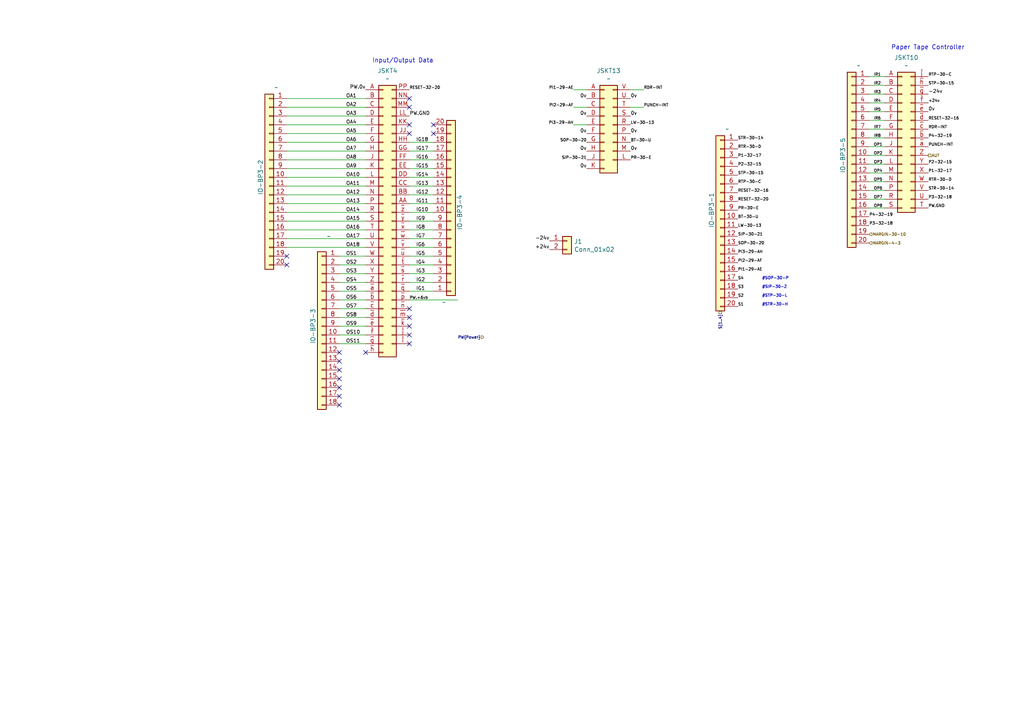
<source format=kicad_sch>
(kicad_sch (version 20211123) (generator eeschema)

  (uuid 602b5605-8f02-4caa-8109-c0dc7b9ef116)

  (paper "A4")

  (title_block
    (title "Sockets")
    (date "2023-02-11")
  )

  (lib_symbols
    (symbol "Connector_Generic:Conn_01x02" (pin_names (offset 1.016) hide) (in_bom yes) (on_board yes)
      (property "Reference" "J" (id 0) (at 0 2.54 0)
        (effects (font (size 1.27 1.27)))
      )
      (property "Value" "Conn_01x02" (id 1) (at 0 -5.08 0)
        (effects (font (size 1.27 1.27)))
      )
      (property "Footprint" "" (id 2) (at 0 0 0)
        (effects (font (size 1.27 1.27)) hide)
      )
      (property "Datasheet" "~" (id 3) (at 0 0 0)
        (effects (font (size 1.27 1.27)) hide)
      )
      (property "ki_keywords" "connector" (id 4) (at 0 0 0)
        (effects (font (size 1.27 1.27)) hide)
      )
      (property "ki_description" "Generic connector, single row, 01x02, script generated (kicad-library-utils/schlib/autogen/connector/)" (id 5) (at 0 0 0)
        (effects (font (size 1.27 1.27)) hide)
      )
      (property "ki_fp_filters" "Connector*:*_1x??_*" (id 6) (at 0 0 0)
        (effects (font (size 1.27 1.27)) hide)
      )
      (symbol "Conn_01x02_1_1"
        (rectangle (start -1.27 -2.413) (end 0 -2.667)
          (stroke (width 0.1524) (type default) (color 0 0 0 0))
          (fill (type none))
        )
        (rectangle (start -1.27 0.127) (end 0 -0.127)
          (stroke (width 0.1524) (type default) (color 0 0 0 0))
          (fill (type none))
        )
        (rectangle (start -1.27 1.27) (end 1.27 -3.81)
          (stroke (width 0.254) (type default) (color 0 0 0 0))
          (fill (type background))
        )
        (pin passive line (at -5.08 0 0) (length 3.81)
          (name "Pin_1" (effects (font (size 1.27 1.27))))
          (number "1" (effects (font (size 1.27 1.27))))
        )
        (pin passive line (at -5.08 -2.54 0) (length 3.81)
          (name "Pin_2" (effects (font (size 1.27 1.27))))
          (number "2" (effects (font (size 1.27 1.27))))
        )
      )
    )
    (symbol "Connector_Generic:Conn_01x20" (pin_names (offset 1.016) hide) (in_bom yes) (on_board yes)
      (property "Reference" "J" (id 0) (at 0 25.4 0)
        (effects (font (size 1.27 1.27)))
      )
      (property "Value" "Conn_01x20" (id 1) (at 0 -27.94 0)
        (effects (font (size 1.27 1.27)))
      )
      (property "Footprint" "" (id 2) (at 0 0 0)
        (effects (font (size 1.27 1.27)) hide)
      )
      (property "Datasheet" "~" (id 3) (at 0 0 0)
        (effects (font (size 1.27 1.27)) hide)
      )
      (property "ki_keywords" "connector" (id 4) (at 0 0 0)
        (effects (font (size 1.27 1.27)) hide)
      )
      (property "ki_description" "Generic connector, single row, 01x20, script generated (kicad-library-utils/schlib/autogen/connector/)" (id 5) (at 0 0 0)
        (effects (font (size 1.27 1.27)) hide)
      )
      (property "ki_fp_filters" "Connector*:*_1x??_*" (id 6) (at 0 0 0)
        (effects (font (size 1.27 1.27)) hide)
      )
      (symbol "Conn_01x20_1_1"
        (rectangle (start -1.27 -25.273) (end 0 -25.527)
          (stroke (width 0.1524) (type default) (color 0 0 0 0))
          (fill (type none))
        )
        (rectangle (start -1.27 -22.733) (end 0 -22.987)
          (stroke (width 0.1524) (type default) (color 0 0 0 0))
          (fill (type none))
        )
        (rectangle (start -1.27 -20.193) (end 0 -20.447)
          (stroke (width 0.1524) (type default) (color 0 0 0 0))
          (fill (type none))
        )
        (rectangle (start -1.27 -17.653) (end 0 -17.907)
          (stroke (width 0.1524) (type default) (color 0 0 0 0))
          (fill (type none))
        )
        (rectangle (start -1.27 -15.113) (end 0 -15.367)
          (stroke (width 0.1524) (type default) (color 0 0 0 0))
          (fill (type none))
        )
        (rectangle (start -1.27 -12.573) (end 0 -12.827)
          (stroke (width 0.1524) (type default) (color 0 0 0 0))
          (fill (type none))
        )
        (rectangle (start -1.27 -10.033) (end 0 -10.287)
          (stroke (width 0.1524) (type default) (color 0 0 0 0))
          (fill (type none))
        )
        (rectangle (start -1.27 -7.493) (end 0 -7.747)
          (stroke (width 0.1524) (type default) (color 0 0 0 0))
          (fill (type none))
        )
        (rectangle (start -1.27 -4.953) (end 0 -5.207)
          (stroke (width 0.1524) (type default) (color 0 0 0 0))
          (fill (type none))
        )
        (rectangle (start -1.27 -2.413) (end 0 -2.667)
          (stroke (width 0.1524) (type default) (color 0 0 0 0))
          (fill (type none))
        )
        (rectangle (start -1.27 0.127) (end 0 -0.127)
          (stroke (width 0.1524) (type default) (color 0 0 0 0))
          (fill (type none))
        )
        (rectangle (start -1.27 2.667) (end 0 2.413)
          (stroke (width 0.1524) (type default) (color 0 0 0 0))
          (fill (type none))
        )
        (rectangle (start -1.27 5.207) (end 0 4.953)
          (stroke (width 0.1524) (type default) (color 0 0 0 0))
          (fill (type none))
        )
        (rectangle (start -1.27 7.747) (end 0 7.493)
          (stroke (width 0.1524) (type default) (color 0 0 0 0))
          (fill (type none))
        )
        (rectangle (start -1.27 10.287) (end 0 10.033)
          (stroke (width 0.1524) (type default) (color 0 0 0 0))
          (fill (type none))
        )
        (rectangle (start -1.27 12.827) (end 0 12.573)
          (stroke (width 0.1524) (type default) (color 0 0 0 0))
          (fill (type none))
        )
        (rectangle (start -1.27 15.367) (end 0 15.113)
          (stroke (width 0.1524) (type default) (color 0 0 0 0))
          (fill (type none))
        )
        (rectangle (start -1.27 17.907) (end 0 17.653)
          (stroke (width 0.1524) (type default) (color 0 0 0 0))
          (fill (type none))
        )
        (rectangle (start -1.27 20.447) (end 0 20.193)
          (stroke (width 0.1524) (type default) (color 0 0 0 0))
          (fill (type none))
        )
        (rectangle (start -1.27 22.987) (end 0 22.733)
          (stroke (width 0.1524) (type default) (color 0 0 0 0))
          (fill (type none))
        )
        (rectangle (start -1.27 24.13) (end 1.27 -26.67)
          (stroke (width 0.254) (type default) (color 0 0 0 0))
          (fill (type background))
        )
        (pin passive line (at -5.08 22.86 0) (length 3.81)
          (name "Pin_1" (effects (font (size 1.27 1.27))))
          (number "1" (effects (font (size 1.27 1.27))))
        )
        (pin passive line (at -5.08 0 0) (length 3.81)
          (name "Pin_10" (effects (font (size 1.27 1.27))))
          (number "10" (effects (font (size 1.27 1.27))))
        )
        (pin passive line (at -5.08 -2.54 0) (length 3.81)
          (name "Pin_11" (effects (font (size 1.27 1.27))))
          (number "11" (effects (font (size 1.27 1.27))))
        )
        (pin passive line (at -5.08 -5.08 0) (length 3.81)
          (name "Pin_12" (effects (font (size 1.27 1.27))))
          (number "12" (effects (font (size 1.27 1.27))))
        )
        (pin passive line (at -5.08 -7.62 0) (length 3.81)
          (name "Pin_13" (effects (font (size 1.27 1.27))))
          (number "13" (effects (font (size 1.27 1.27))))
        )
        (pin passive line (at -5.08 -10.16 0) (length 3.81)
          (name "Pin_14" (effects (font (size 1.27 1.27))))
          (number "14" (effects (font (size 1.27 1.27))))
        )
        (pin passive line (at -5.08 -12.7 0) (length 3.81)
          (name "Pin_15" (effects (font (size 1.27 1.27))))
          (number "15" (effects (font (size 1.27 1.27))))
        )
        (pin passive line (at -5.08 -15.24 0) (length 3.81)
          (name "Pin_16" (effects (font (size 1.27 1.27))))
          (number "16" (effects (font (size 1.27 1.27))))
        )
        (pin passive line (at -5.08 -17.78 0) (length 3.81)
          (name "Pin_17" (effects (font (size 1.27 1.27))))
          (number "17" (effects (font (size 1.27 1.27))))
        )
        (pin passive line (at -5.08 -20.32 0) (length 3.81)
          (name "Pin_18" (effects (font (size 1.27 1.27))))
          (number "18" (effects (font (size 1.27 1.27))))
        )
        (pin passive line (at -5.08 -22.86 0) (length 3.81)
          (name "Pin_19" (effects (font (size 1.27 1.27))))
          (number "19" (effects (font (size 1.27 1.27))))
        )
        (pin passive line (at -5.08 20.32 0) (length 3.81)
          (name "Pin_2" (effects (font (size 1.27 1.27))))
          (number "2" (effects (font (size 1.27 1.27))))
        )
        (pin passive line (at -5.08 -25.4 0) (length 3.81)
          (name "Pin_20" (effects (font (size 1.27 1.27))))
          (number "20" (effects (font (size 1.27 1.27))))
        )
        (pin passive line (at -5.08 17.78 0) (length 3.81)
          (name "Pin_3" (effects (font (size 1.27 1.27))))
          (number "3" (effects (font (size 1.27 1.27))))
        )
        (pin passive line (at -5.08 15.24 0) (length 3.81)
          (name "Pin_4" (effects (font (size 1.27 1.27))))
          (number "4" (effects (font (size 1.27 1.27))))
        )
        (pin passive line (at -5.08 12.7 0) (length 3.81)
          (name "Pin_5" (effects (font (size 1.27 1.27))))
          (number "5" (effects (font (size 1.27 1.27))))
        )
        (pin passive line (at -5.08 10.16 0) (length 3.81)
          (name "Pin_6" (effects (font (size 1.27 1.27))))
          (number "6" (effects (font (size 1.27 1.27))))
        )
        (pin passive line (at -5.08 7.62 0) (length 3.81)
          (name "Pin_7" (effects (font (size 1.27 1.27))))
          (number "7" (effects (font (size 1.27 1.27))))
        )
        (pin passive line (at -5.08 5.08 0) (length 3.81)
          (name "Pin_8" (effects (font (size 1.27 1.27))))
          (number "8" (effects (font (size 1.27 1.27))))
        )
        (pin passive line (at -5.08 2.54 0) (length 3.81)
          (name "Pin_9" (effects (font (size 1.27 1.27))))
          (number "9" (effects (font (size 1.27 1.27))))
        )
      )
    )
    (symbol "Sockets-rescue:Circ19-LSA" (pin_names (offset 1.016) hide) (in_bom yes) (on_board yes)
      (property "Reference" "J" (id 0) (at 6.35 2.54 0)
        (effects (font (size 1.27 1.27)))
      )
      (property "Value" "Circ19-LSA" (id 1) (at 6.35 -25.4 0)
        (effects (font (size 1.27 1.27)))
      )
      (property "Footprint" "" (id 2) (at 5.08 -38.1 0)
        (effects (font (size 1.27 1.27)) hide)
      )
      (property "Datasheet" "" (id 3) (at 5.08 -38.1 0)
        (effects (font (size 1.27 1.27)) hide)
      )
      (property "ki_fp_filters" "Connector*:*2Rows*Pins__* *FCC*2Rows*Pins__*" (id 4) (at 0 0 0)
        (effects (font (size 1.27 1.27)) hide)
      )
      (symbol "Circ19-LSA_1_1"
        (rectangle (start 3.81 -22.733) (end 5.08 -22.987)
          (stroke (width 0.1524) (type default) (color 0 0 0 0))
          (fill (type none))
        )
        (rectangle (start 3.81 -20.193) (end 5.08 -20.447)
          (stroke (width 0.1524) (type default) (color 0 0 0 0))
          (fill (type none))
        )
        (rectangle (start 3.81 -17.653) (end 5.08 -17.907)
          (stroke (width 0.1524) (type default) (color 0 0 0 0))
          (fill (type none))
        )
        (rectangle (start 3.81 -15.113) (end 5.08 -15.367)
          (stroke (width 0.1524) (type default) (color 0 0 0 0))
          (fill (type none))
        )
        (rectangle (start 3.81 -12.573) (end 5.08 -12.827)
          (stroke (width 0.1524) (type default) (color 0 0 0 0))
          (fill (type none))
        )
        (rectangle (start 3.81 -10.033) (end 5.08 -10.287)
          (stroke (width 0.1524) (type default) (color 0 0 0 0))
          (fill (type none))
        )
        (rectangle (start 3.81 -7.493) (end 5.08 -7.747)
          (stroke (width 0.1524) (type default) (color 0 0 0 0))
          (fill (type none))
        )
        (rectangle (start 3.81 -4.953) (end 5.08 -5.207)
          (stroke (width 0.1524) (type default) (color 0 0 0 0))
          (fill (type none))
        )
        (rectangle (start 3.81 -2.413) (end 5.08 -2.667)
          (stroke (width 0.1524) (type default) (color 0 0 0 0))
          (fill (type none))
        )
        (rectangle (start 3.81 0.127) (end 5.08 -0.127)
          (stroke (width 0.1524) (type default) (color 0 0 0 0))
          (fill (type none))
        )
        (rectangle (start 3.81 1.27) (end 8.89 -24.13)
          (stroke (width 0.254) (type default) (color 0 0 0 0))
          (fill (type background))
        )
        (rectangle (start 8.89 -20.193) (end 7.62 -20.447)
          (stroke (width 0.1524) (type default) (color 0 0 0 0))
          (fill (type none))
        )
        (rectangle (start 8.89 -17.653) (end 7.62 -17.907)
          (stroke (width 0.1524) (type default) (color 0 0 0 0))
          (fill (type none))
        )
        (rectangle (start 8.89 -15.113) (end 7.62 -15.367)
          (stroke (width 0.1524) (type default) (color 0 0 0 0))
          (fill (type none))
        )
        (rectangle (start 8.89 -12.573) (end 7.62 -12.827)
          (stroke (width 0.1524) (type default) (color 0 0 0 0))
          (fill (type none))
        )
        (rectangle (start 8.89 -10.033) (end 7.62 -10.287)
          (stroke (width 0.1524) (type default) (color 0 0 0 0))
          (fill (type none))
        )
        (rectangle (start 8.89 -7.493) (end 7.62 -7.747)
          (stroke (width 0.1524) (type default) (color 0 0 0 0))
          (fill (type none))
        )
        (rectangle (start 8.89 -4.953) (end 7.62 -5.207)
          (stroke (width 0.1524) (type default) (color 0 0 0 0))
          (fill (type none))
        )
        (rectangle (start 8.89 -2.413) (end 7.62 -2.667)
          (stroke (width 0.1524) (type default) (color 0 0 0 0))
          (fill (type none))
        )
        (rectangle (start 8.89 0.127) (end 7.62 -0.127)
          (stroke (width 0.1524) (type default) (color 0 0 0 0))
          (fill (type none))
        )
        (pin passive line (at 0 0 0) (length 3.81)
          (name "A" (effects (font (size 1.27 1.27))))
          (number "A" (effects (font (size 1.27 1.27))))
        )
        (pin passive line (at 0 -2.54 0) (length 3.81)
          (name "B" (effects (font (size 1.27 1.27))))
          (number "B" (effects (font (size 1.27 1.27))))
        )
        (pin passive line (at 0 -5.08 0) (length 3.81)
          (name "C" (effects (font (size 1.27 1.27))))
          (number "C" (effects (font (size 1.27 1.27))))
        )
        (pin passive line (at 0 -7.62 0) (length 3.81)
          (name "D" (effects (font (size 1.27 1.27))))
          (number "D" (effects (font (size 1.27 1.27))))
        )
        (pin passive line (at 0 -10.16 0) (length 3.81)
          (name "E" (effects (font (size 1.27 1.27))))
          (number "E" (effects (font (size 1.27 1.27))))
        )
        (pin passive line (at 0 -12.7 0) (length 3.81)
          (name "F" (effects (font (size 1.27 1.27))))
          (number "F" (effects (font (size 1.27 1.27))))
        )
        (pin passive line (at 0 -15.24 0) (length 3.81)
          (name "G" (effects (font (size 1.27 1.27))))
          (number "G" (effects (font (size 1.27 1.27))))
        )
        (pin passive line (at 0 -17.78 0) (length 3.81)
          (name "H" (effects (font (size 1.27 1.27))))
          (number "H" (effects (font (size 1.27 1.27))))
        )
        (pin passive line (at 0 -20.32 0) (length 3.81)
          (name "J" (effects (font (size 1.27 1.27))))
          (number "J" (effects (font (size 1.27 1.27))))
        )
        (pin passive line (at 0 -22.86 0) (length 3.81)
          (name "K" (effects (font (size 1.27 1.27))))
          (number "K" (effects (font (size 1.27 1.27))))
        )
        (pin passive line (at 12.7 -20.32 180) (length 3.81)
          (name "L" (effects (font (size 1.27 1.27))))
          (number "L" (effects (font (size 1.27 1.27))))
        )
        (pin passive line (at 12.7 -17.78 180) (length 3.81)
          (name "M" (effects (font (size 1.27 1.27))))
          (number "M" (effects (font (size 1.27 1.27))))
        )
        (pin passive line (at 12.7 -15.24 180) (length 3.81)
          (name "N" (effects (font (size 1.27 1.27))))
          (number "N" (effects (font (size 1.27 1.27))))
        )
        (pin passive line (at 12.7 -12.7 180) (length 3.81)
          (name "P" (effects (font (size 1.27 1.27))))
          (number "P" (effects (font (size 1.27 1.27))))
        )
        (pin passive line (at 12.7 -10.16 180) (length 3.81)
          (name "R" (effects (font (size 1.27 1.27))))
          (number "R" (effects (font (size 1.27 1.27))))
        )
        (pin passive line (at 12.7 -7.62 180) (length 3.81)
          (name "S" (effects (font (size 1.27 1.27))))
          (number "S" (effects (font (size 1.27 1.27))))
        )
        (pin passive line (at 12.7 -5.08 180) (length 3.81)
          (name "T" (effects (font (size 1.27 1.27))))
          (number "T" (effects (font (size 1.27 1.27))))
        )
        (pin passive line (at 12.7 -2.54 180) (length 3.81)
          (name "U" (effects (font (size 1.27 1.27))))
          (number "U" (effects (font (size 1.27 1.27))))
        )
        (pin passive line (at 12.7 0 180) (length 3.81)
          (name "V" (effects (font (size 1.27 1.27))))
          (number "V" (effects (font (size 1.27 1.27))))
        )
      )
    )
    (symbol "Sockets-rescue:Circ32-LSA" (pin_names (offset 0.0254) hide) (in_bom yes) (on_board yes)
      (property "Reference" "J" (id 0) (at 6.35 -40.64 0)
        (effects (font (size 1.27 1.27)))
      )
      (property "Value" "Circ32-LSA" (id 1) (at 6.35 2.54 0)
        (effects (font (size 1.27 1.27)))
      )
      (property "Footprint" "" (id 2) (at 13.97 -50.8 0)
        (effects (font (size 1.27 1.27)) hide)
      )
      (property "Datasheet" "" (id 3) (at 13.97 -50.8 0)
        (effects (font (size 1.27 1.27)) hide)
      )
      (symbol "Circ32-LSA_1_1"
        (rectangle (start 3.81 -37.973) (end 5.08 -38.227)
          (stroke (width 0.1524) (type default) (color 0 0 0 0))
          (fill (type none))
        )
        (rectangle (start 3.81 -35.433) (end 5.08 -35.687)
          (stroke (width 0.1524) (type default) (color 0 0 0 0))
          (fill (type none))
        )
        (rectangle (start 3.81 -32.893) (end 5.08 -33.147)
          (stroke (width 0.1524) (type default) (color 0 0 0 0))
          (fill (type none))
        )
        (rectangle (start 3.81 -30.353) (end 5.08 -30.607)
          (stroke (width 0.1524) (type default) (color 0 0 0 0))
          (fill (type none))
        )
        (rectangle (start 3.81 -27.813) (end 5.08 -28.067)
          (stroke (width 0.1524) (type default) (color 0 0 0 0))
          (fill (type none))
        )
        (rectangle (start 3.81 -25.273) (end 5.08 -25.527)
          (stroke (width 0.1524) (type default) (color 0 0 0 0))
          (fill (type none))
        )
        (rectangle (start 3.81 -22.733) (end 5.08 -22.987)
          (stroke (width 0.1524) (type default) (color 0 0 0 0))
          (fill (type none))
        )
        (rectangle (start 3.81 -20.193) (end 5.08 -20.447)
          (stroke (width 0.1524) (type default) (color 0 0 0 0))
          (fill (type none))
        )
        (rectangle (start 3.81 -17.653) (end 5.08 -17.907)
          (stroke (width 0.1524) (type default) (color 0 0 0 0))
          (fill (type none))
        )
        (rectangle (start 3.81 -15.113) (end 5.08 -15.367)
          (stroke (width 0.1524) (type default) (color 0 0 0 0))
          (fill (type none))
        )
        (rectangle (start 3.81 -12.573) (end 5.08 -12.827)
          (stroke (width 0.1524) (type default) (color 0 0 0 0))
          (fill (type none))
        )
        (rectangle (start 3.81 -10.033) (end 5.08 -10.287)
          (stroke (width 0.1524) (type default) (color 0 0 0 0))
          (fill (type none))
        )
        (rectangle (start 3.81 -7.493) (end 5.08 -7.747)
          (stroke (width 0.1524) (type default) (color 0 0 0 0))
          (fill (type none))
        )
        (rectangle (start 3.81 -4.953) (end 5.08 -5.207)
          (stroke (width 0.1524) (type default) (color 0 0 0 0))
          (fill (type none))
        )
        (rectangle (start 3.81 -2.413) (end 5.08 -2.667)
          (stroke (width 0.1524) (type default) (color 0 0 0 0))
          (fill (type none))
        )
        (rectangle (start 3.81 0.127) (end 5.08 -0.127)
          (stroke (width 0.1524) (type default) (color 0 0 0 0))
          (fill (type none))
        )
        (rectangle (start 8.89 -37.973) (end 7.62 -38.227)
          (stroke (width 0.1524) (type default) (color 0 0 0 0))
          (fill (type none))
        )
        (rectangle (start 8.89 -35.433) (end 7.62 -35.687)
          (stroke (width 0.1524) (type default) (color 0 0 0 0))
          (fill (type none))
        )
        (rectangle (start 8.89 -32.893) (end 7.62 -33.147)
          (stroke (width 0.1524) (type default) (color 0 0 0 0))
          (fill (type none))
        )
        (rectangle (start 8.89 -30.353) (end 7.62 -30.607)
          (stroke (width 0.1524) (type default) (color 0 0 0 0))
          (fill (type none))
        )
        (rectangle (start 8.89 -27.813) (end 7.62 -28.067)
          (stroke (width 0.1524) (type default) (color 0 0 0 0))
          (fill (type none))
        )
        (rectangle (start 8.89 -25.273) (end 7.62 -25.527)
          (stroke (width 0.1524) (type default) (color 0 0 0 0))
          (fill (type none))
        )
        (rectangle (start 8.89 -22.733) (end 7.62 -22.987)
          (stroke (width 0.1524) (type default) (color 0 0 0 0))
          (fill (type none))
        )
        (rectangle (start 8.89 -20.193) (end 7.62 -20.447)
          (stroke (width 0.1524) (type default) (color 0 0 0 0))
          (fill (type none))
        )
        (rectangle (start 8.89 -17.653) (end 7.62 -17.907)
          (stroke (width 0.1524) (type default) (color 0 0 0 0))
          (fill (type none))
        )
        (rectangle (start 8.89 -15.113) (end 7.62 -15.367)
          (stroke (width 0.1524) (type default) (color 0 0 0 0))
          (fill (type none))
        )
        (rectangle (start 8.89 -12.573) (end 7.62 -12.827)
          (stroke (width 0.1524) (type default) (color 0 0 0 0))
          (fill (type none))
        )
        (rectangle (start 8.89 -10.033) (end 7.62 -10.287)
          (stroke (width 0.1524) (type default) (color 0 0 0 0))
          (fill (type none))
        )
        (rectangle (start 8.89 -7.493) (end 7.62 -7.747)
          (stroke (width 0.1524) (type default) (color 0 0 0 0))
          (fill (type none))
        )
        (rectangle (start 8.89 -4.953) (end 7.62 -5.207)
          (stroke (width 0.1524) (type default) (color 0 0 0 0))
          (fill (type none))
        )
        (rectangle (start 8.89 -2.413) (end 7.62 -2.667)
          (stroke (width 0.1524) (type default) (color 0 0 0 0))
          (fill (type none))
        )
        (rectangle (start 8.89 0.127) (end 7.62 -0.127)
          (stroke (width 0.1524) (type default) (color 0 0 0 0))
          (fill (type none))
        )
        (rectangle (start 8.89 1.27) (end 3.81 -39.37)
          (stroke (width 0.254) (type default) (color 0 0 0 0))
          (fill (type background))
        )
        (pin passive line (at 0 0 0) (length 3.81)
          (name "A" (effects (font (size 1.27 1.27))))
          (number "A" (effects (font (size 1.27 1.27))))
        )
        (pin passive line (at 0 -2.54 0) (length 3.81)
          (name "B" (effects (font (size 1.27 1.27))))
          (number "B" (effects (font (size 1.27 1.27))))
        )
        (pin passive line (at 0 -5.08 0) (length 3.81)
          (name "C" (effects (font (size 1.27 1.27))))
          (number "C" (effects (font (size 1.27 1.27))))
        )
        (pin passive line (at 0 -7.62 0) (length 3.81)
          (name "D" (effects (font (size 1.27 1.27))))
          (number "D" (effects (font (size 1.27 1.27))))
        )
        (pin passive line (at 0 -10.16 0) (length 3.81)
          (name "E" (effects (font (size 1.27 1.27))))
          (number "E" (effects (font (size 1.27 1.27))))
        )
        (pin passive line (at 0 -12.7 0) (length 3.81)
          (name "F" (effects (font (size 1.27 1.27))))
          (number "F" (effects (font (size 1.27 1.27))))
        )
        (pin passive line (at 0 -15.24 0) (length 3.81)
          (name "G" (effects (font (size 1.27 1.27))))
          (number "G" (effects (font (size 1.27 1.27))))
        )
        (pin passive line (at 0 -17.78 0) (length 3.81)
          (name "H" (effects (font (size 1.27 1.27))))
          (number "H" (effects (font (size 1.27 1.27))))
        )
        (pin passive line (at 0 -20.32 0) (length 3.81)
          (name "J" (effects (font (size 1.27 1.27))))
          (number "J" (effects (font (size 1.27 1.27))))
        )
        (pin passive line (at 0 -22.86 0) (length 3.81)
          (name "K" (effects (font (size 1.27 1.27))))
          (number "K" (effects (font (size 1.27 1.27))))
        )
        (pin passive line (at 0 -25.4 0) (length 3.81)
          (name "L" (effects (font (size 1.27 1.27))))
          (number "L" (effects (font (size 1.27 1.27))))
        )
        (pin passive line (at 0 -27.94 0) (length 3.81)
          (name "M" (effects (font (size 1.27 1.27))))
          (number "M" (effects (font (size 1.27 1.27))))
        )
        (pin passive line (at 0 -30.48 0) (length 3.81)
          (name "N" (effects (font (size 1.27 1.27))))
          (number "N" (effects (font (size 1.27 1.27))))
        )
        (pin passive line (at 0 -33.02 0) (length 3.81)
          (name "P" (effects (font (size 1.27 1.27))))
          (number "P" (effects (font (size 1.27 1.27))))
        )
        (pin passive line (at 0 -35.56 0) (length 3.81)
          (name "R" (effects (font (size 1.27 1.27))))
          (number "R" (effects (font (size 1.27 1.27))))
        )
        (pin passive line (at 0 -38.1 0) (length 3.81)
          (name "S" (effects (font (size 1.27 1.27))))
          (number "S" (effects (font (size 1.27 1.27))))
        )
        (pin passive line (at 12.7 -38.1 180) (length 3.81)
          (name "T" (effects (font (size 1.27 1.27))))
          (number "T" (effects (font (size 1.27 1.27))))
        )
        (pin passive line (at 12.7 -35.56 180) (length 3.81)
          (name "U" (effects (font (size 1.27 1.27))))
          (number "U" (effects (font (size 1.27 1.27))))
        )
        (pin passive line (at 12.7 -33.02 180) (length 3.81)
          (name "V" (effects (font (size 1.27 1.27))))
          (number "V" (effects (font (size 1.27 1.27))))
        )
        (pin passive line (at 12.7 -30.48 180) (length 3.81)
          (name "W" (effects (font (size 1.27 1.27))))
          (number "W" (effects (font (size 1.27 1.27))))
        )
        (pin passive line (at 12.7 -27.94 180) (length 3.81)
          (name "X" (effects (font (size 1.27 1.27))))
          (number "X" (effects (font (size 1.27 1.27))))
        )
        (pin passive line (at 12.7 -25.4 180) (length 3.81)
          (name "Y" (effects (font (size 1.27 1.27))))
          (number "Y" (effects (font (size 1.27 1.27))))
        )
        (pin passive line (at 12.7 -22.86 180) (length 3.81)
          (name "Z" (effects (font (size 1.27 1.27))))
          (number "Z" (effects (font (size 1.27 1.27))))
        )
        (pin passive line (at 12.7 -20.32 180) (length 3.81)
          (name "~{a}" (effects (font (size 1.27 1.27))))
          (number "~{a}" (effects (font (size 1.27 1.27))))
        )
        (pin passive line (at 12.7 -17.78 180) (length 3.81)
          (name "~{b}" (effects (font (size 1.27 1.27))))
          (number "~{b}" (effects (font (size 1.27 1.27))))
        )
        (pin passive line (at 12.7 -15.24 180) (length 3.81)
          (name "~{c}" (effects (font (size 1.27 1.27))))
          (number "~{c}" (effects (font (size 1.27 1.27))))
        )
        (pin passive line (at 12.7 -12.7 180) (length 3.81)
          (name "~{d}" (effects (font (size 1.27 1.27))))
          (number "~{d}" (effects (font (size 1.27 1.27))))
        )
        (pin passive line (at 12.7 -10.16 180) (length 3.81)
          (name "~{e}" (effects (font (size 1.27 1.27))))
          (number "~{e}" (effects (font (size 1.27 1.27))))
        )
        (pin passive line (at 12.7 -7.62 180) (length 3.81)
          (name "~{f}" (effects (font (size 1.27 1.27))))
          (number "~{f}" (effects (font (size 1.27 1.27))))
        )
        (pin passive line (at 12.7 -5.08 180) (length 3.81)
          (name "~{g}" (effects (font (size 1.27 1.27))))
          (number "~{g}" (effects (font (size 1.27 1.27))))
        )
        (pin passive line (at 12.7 -2.54 180) (length 3.81)
          (name "~{h}" (effects (font (size 1.27 1.27))))
          (number "~{h}" (effects (font (size 1.27 1.27))))
        )
        (pin passive line (at 12.7 0 180) (length 3.81)
          (name "~{j}" (effects (font (size 1.27 1.27))))
          (number "~{j}" (effects (font (size 1.27 1.27))))
        )
      )
    )
    (symbol "Sockets-rescue:Circ61-LSA" (pin_names (offset 1.016) hide) (in_bom yes) (on_board yes)
      (property "Reference" "J" (id 0) (at 6.35 2.54 0)
        (effects (font (size 1.27 1.27)))
      )
      (property "Value" "Circ61-LSA" (id 1) (at 6.35 -78.74 0)
        (effects (font (size 1.27 1.27)))
      )
      (property "Footprint" "" (id 2) (at 5.08 -38.1 0)
        (effects (font (size 1.27 1.27)) hide)
      )
      (property "Datasheet" "" (id 3) (at 5.08 -38.1 0)
        (effects (font (size 1.27 1.27)) hide)
      )
      (property "ki_fp_filters" "Connector*:*2Rows*Pins__* *FCC*2Rows*Pins__*" (id 4) (at 0 0 0)
        (effects (font (size 1.27 1.27)) hide)
      )
      (symbol "Circ61-LSA_1_1"
        (rectangle (start 3.81 -76.073) (end 5.08 -76.327)
          (stroke (width 0.1524) (type default) (color 0 0 0 0))
          (fill (type none))
        )
        (rectangle (start 3.81 -73.533) (end 5.08 -73.787)
          (stroke (width 0.1524) (type default) (color 0 0 0 0))
          (fill (type none))
        )
        (rectangle (start 3.81 -70.993) (end 5.08 -71.247)
          (stroke (width 0.1524) (type default) (color 0 0 0 0))
          (fill (type none))
        )
        (rectangle (start 3.81 -68.453) (end 5.08 -68.707)
          (stroke (width 0.1524) (type default) (color 0 0 0 0))
          (fill (type none))
        )
        (rectangle (start 3.81 -65.913) (end 5.08 -66.167)
          (stroke (width 0.1524) (type default) (color 0 0 0 0))
          (fill (type none))
        )
        (rectangle (start 3.81 -63.373) (end 5.08 -63.627)
          (stroke (width 0.1524) (type default) (color 0 0 0 0))
          (fill (type none))
        )
        (rectangle (start 3.81 -60.833) (end 5.08 -61.087)
          (stroke (width 0.1524) (type default) (color 0 0 0 0))
          (fill (type none))
        )
        (rectangle (start 3.81 -58.293) (end 5.08 -58.547)
          (stroke (width 0.1524) (type default) (color 0 0 0 0))
          (fill (type none))
        )
        (rectangle (start 3.81 -55.753) (end 5.08 -56.007)
          (stroke (width 0.1524) (type default) (color 0 0 0 0))
          (fill (type none))
        )
        (rectangle (start 3.81 -53.213) (end 5.08 -53.467)
          (stroke (width 0.1524) (type default) (color 0 0 0 0))
          (fill (type none))
        )
        (rectangle (start 3.81 -50.673) (end 5.08 -50.927)
          (stroke (width 0.1524) (type default) (color 0 0 0 0))
          (fill (type none))
        )
        (rectangle (start 3.81 -48.133) (end 5.08 -48.387)
          (stroke (width 0.1524) (type default) (color 0 0 0 0))
          (fill (type none))
        )
        (rectangle (start 3.81 -45.593) (end 5.08 -45.847)
          (stroke (width 0.1524) (type default) (color 0 0 0 0))
          (fill (type none))
        )
        (rectangle (start 3.81 -43.053) (end 5.08 -43.307)
          (stroke (width 0.1524) (type default) (color 0 0 0 0))
          (fill (type none))
        )
        (rectangle (start 3.81 -40.513) (end 5.08 -40.767)
          (stroke (width 0.1524) (type default) (color 0 0 0 0))
          (fill (type none))
        )
        (rectangle (start 3.81 -37.973) (end 5.08 -38.227)
          (stroke (width 0.1524) (type default) (color 0 0 0 0))
          (fill (type none))
        )
        (rectangle (start 3.81 -35.433) (end 5.08 -35.687)
          (stroke (width 0.1524) (type default) (color 0 0 0 0))
          (fill (type none))
        )
        (rectangle (start 3.81 -32.893) (end 5.08 -33.147)
          (stroke (width 0.1524) (type default) (color 0 0 0 0))
          (fill (type none))
        )
        (rectangle (start 3.81 -30.353) (end 5.08 -30.607)
          (stroke (width 0.1524) (type default) (color 0 0 0 0))
          (fill (type none))
        )
        (rectangle (start 3.81 -27.813) (end 5.08 -28.067)
          (stroke (width 0.1524) (type default) (color 0 0 0 0))
          (fill (type none))
        )
        (rectangle (start 3.81 -25.273) (end 5.08 -25.527)
          (stroke (width 0.1524) (type default) (color 0 0 0 0))
          (fill (type none))
        )
        (rectangle (start 3.81 -22.733) (end 5.08 -22.987)
          (stroke (width 0.1524) (type default) (color 0 0 0 0))
          (fill (type none))
        )
        (rectangle (start 3.81 -20.193) (end 5.08 -20.447)
          (stroke (width 0.1524) (type default) (color 0 0 0 0))
          (fill (type none))
        )
        (rectangle (start 3.81 -17.653) (end 5.08 -17.907)
          (stroke (width 0.1524) (type default) (color 0 0 0 0))
          (fill (type none))
        )
        (rectangle (start 3.81 -15.113) (end 5.08 -15.367)
          (stroke (width 0.1524) (type default) (color 0 0 0 0))
          (fill (type none))
        )
        (rectangle (start 3.81 -12.573) (end 5.08 -12.827)
          (stroke (width 0.1524) (type default) (color 0 0 0 0))
          (fill (type none))
        )
        (rectangle (start 3.81 -10.033) (end 5.08 -10.287)
          (stroke (width 0.1524) (type default) (color 0 0 0 0))
          (fill (type none))
        )
        (rectangle (start 3.81 -7.493) (end 5.08 -7.747)
          (stroke (width 0.1524) (type default) (color 0 0 0 0))
          (fill (type none))
        )
        (rectangle (start 3.81 -4.953) (end 5.08 -5.207)
          (stroke (width 0.1524) (type default) (color 0 0 0 0))
          (fill (type none))
        )
        (rectangle (start 3.81 -2.413) (end 5.08 -2.667)
          (stroke (width 0.1524) (type default) (color 0 0 0 0))
          (fill (type none))
        )
        (rectangle (start 3.81 0.127) (end 5.08 -0.127)
          (stroke (width 0.1524) (type default) (color 0 0 0 0))
          (fill (type none))
        )
        (rectangle (start 3.81 1.27) (end 8.89 -77.47)
          (stroke (width 0.254) (type default) (color 0 0 0 0))
          (fill (type background))
        )
        (rectangle (start 8.89 -73.533) (end 7.62 -73.787)
          (stroke (width 0.1524) (type default) (color 0 0 0 0))
          (fill (type none))
        )
        (rectangle (start 8.89 -70.993) (end 7.62 -71.247)
          (stroke (width 0.1524) (type default) (color 0 0 0 0))
          (fill (type none))
        )
        (rectangle (start 8.89 -68.453) (end 7.62 -68.707)
          (stroke (width 0.1524) (type default) (color 0 0 0 0))
          (fill (type none))
        )
        (rectangle (start 8.89 -65.913) (end 7.62 -66.167)
          (stroke (width 0.1524) (type default) (color 0 0 0 0))
          (fill (type none))
        )
        (rectangle (start 8.89 -63.373) (end 7.62 -63.627)
          (stroke (width 0.1524) (type default) (color 0 0 0 0))
          (fill (type none))
        )
        (rectangle (start 8.89 -60.833) (end 7.62 -61.087)
          (stroke (width 0.1524) (type default) (color 0 0 0 0))
          (fill (type none))
        )
        (rectangle (start 8.89 -58.293) (end 7.62 -58.547)
          (stroke (width 0.1524) (type default) (color 0 0 0 0))
          (fill (type none))
        )
        (rectangle (start 8.89 -55.753) (end 7.62 -56.007)
          (stroke (width 0.1524) (type default) (color 0 0 0 0))
          (fill (type none))
        )
        (rectangle (start 8.89 -53.213) (end 7.62 -53.467)
          (stroke (width 0.1524) (type default) (color 0 0 0 0))
          (fill (type none))
        )
        (rectangle (start 8.89 -50.673) (end 7.62 -50.927)
          (stroke (width 0.1524) (type default) (color 0 0 0 0))
          (fill (type none))
        )
        (rectangle (start 8.89 -48.133) (end 7.62 -48.387)
          (stroke (width 0.1524) (type default) (color 0 0 0 0))
          (fill (type none))
        )
        (rectangle (start 8.89 -45.593) (end 7.62 -45.847)
          (stroke (width 0.1524) (type default) (color 0 0 0 0))
          (fill (type none))
        )
        (rectangle (start 8.89 -43.053) (end 7.62 -43.307)
          (stroke (width 0.1524) (type default) (color 0 0 0 0))
          (fill (type none))
        )
        (rectangle (start 8.89 -40.513) (end 7.62 -40.767)
          (stroke (width 0.1524) (type default) (color 0 0 0 0))
          (fill (type none))
        )
        (rectangle (start 8.89 -37.973) (end 7.62 -38.227)
          (stroke (width 0.1524) (type default) (color 0 0 0 0))
          (fill (type none))
        )
        (rectangle (start 8.89 -35.433) (end 7.62 -35.687)
          (stroke (width 0.1524) (type default) (color 0 0 0 0))
          (fill (type none))
        )
        (rectangle (start 8.89 -32.893) (end 7.62 -33.147)
          (stroke (width 0.1524) (type default) (color 0 0 0 0))
          (fill (type none))
        )
        (rectangle (start 8.89 -30.353) (end 7.62 -30.607)
          (stroke (width 0.1524) (type default) (color 0 0 0 0))
          (fill (type none))
        )
        (rectangle (start 8.89 -27.813) (end 7.62 -28.067)
          (stroke (width 0.1524) (type default) (color 0 0 0 0))
          (fill (type none))
        )
        (rectangle (start 8.89 -25.273) (end 7.62 -25.527)
          (stroke (width 0.1524) (type default) (color 0 0 0 0))
          (fill (type none))
        )
        (rectangle (start 8.89 -22.733) (end 7.62 -22.987)
          (stroke (width 0.1524) (type default) (color 0 0 0 0))
          (fill (type none))
        )
        (rectangle (start 8.89 -20.193) (end 7.62 -20.447)
          (stroke (width 0.1524) (type default) (color 0 0 0 0))
          (fill (type none))
        )
        (rectangle (start 8.89 -17.653) (end 7.62 -17.907)
          (stroke (width 0.1524) (type default) (color 0 0 0 0))
          (fill (type none))
        )
        (rectangle (start 8.89 -15.113) (end 7.62 -15.367)
          (stroke (width 0.1524) (type default) (color 0 0 0 0))
          (fill (type none))
        )
        (rectangle (start 8.89 -12.573) (end 7.62 -12.827)
          (stroke (width 0.1524) (type default) (color 0 0 0 0))
          (fill (type none))
        )
        (rectangle (start 8.89 -10.033) (end 7.62 -10.287)
          (stroke (width 0.1524) (type default) (color 0 0 0 0))
          (fill (type none))
        )
        (rectangle (start 8.89 -7.493) (end 7.62 -7.747)
          (stroke (width 0.1524) (type default) (color 0 0 0 0))
          (fill (type none))
        )
        (rectangle (start 8.89 -4.953) (end 7.62 -5.207)
          (stroke (width 0.1524) (type default) (color 0 0 0 0))
          (fill (type none))
        )
        (rectangle (start 8.89 -2.413) (end 7.62 -2.667)
          (stroke (width 0.1524) (type default) (color 0 0 0 0))
          (fill (type none))
        )
        (rectangle (start 8.89 0.127) (end 7.62 -0.127)
          (stroke (width 0.1524) (type default) (color 0 0 0 0))
          (fill (type none))
        )
        (pin passive line (at 0 0 0) (length 3.81)
          (name "A" (effects (font (size 1.27 1.27))))
          (number "A" (effects (font (size 1.27 1.27))))
        )
        (pin passive line (at 12.7 -33.02 180) (length 3.81)
          (name "AA" (effects (font (size 1.27 1.27))))
          (number "AA" (effects (font (size 1.27 1.27))))
        )
        (pin passive line (at 0 -2.54 0) (length 3.81)
          (name "B" (effects (font (size 1.27 1.27))))
          (number "B" (effects (font (size 1.27 1.27))))
        )
        (pin passive line (at 12.7 -30.48 180) (length 3.81)
          (name "BB" (effects (font (size 1.27 1.27))))
          (number "BB" (effects (font (size 1.27 1.27))))
        )
        (pin passive line (at 0 -5.08 0) (length 3.81)
          (name "C" (effects (font (size 1.27 1.27))))
          (number "C" (effects (font (size 1.27 1.27))))
        )
        (pin passive line (at 12.7 -27.94 180) (length 3.81)
          (name "CC" (effects (font (size 1.27 1.27))))
          (number "CC" (effects (font (size 1.27 1.27))))
        )
        (pin passive line (at 0 -7.62 0) (length 3.81)
          (name "D" (effects (font (size 1.27 1.27))))
          (number "D" (effects (font (size 1.27 1.27))))
        )
        (pin passive line (at 12.7 -25.4 180) (length 3.81)
          (name "DD" (effects (font (size 1.27 1.27))))
          (number "DD" (effects (font (size 1.27 1.27))))
        )
        (pin passive line (at 0 -10.16 0) (length 3.81)
          (name "E" (effects (font (size 1.27 1.27))))
          (number "E" (effects (font (size 1.27 1.27))))
        )
        (pin passive line (at 12.7 -22.86 180) (length 3.81)
          (name "EE" (effects (font (size 1.27 1.27))))
          (number "EE" (effects (font (size 1.27 1.27))))
        )
        (pin passive line (at 0 -12.7 0) (length 3.81)
          (name "F" (effects (font (size 1.27 1.27))))
          (number "F" (effects (font (size 1.27 1.27))))
        )
        (pin passive line (at 12.7 -20.32 180) (length 3.81)
          (name "FF" (effects (font (size 1.27 1.27))))
          (number "FF" (effects (font (size 1.27 1.27))))
        )
        (pin passive line (at 0 -15.24 0) (length 3.81)
          (name "G" (effects (font (size 1.27 1.27))))
          (number "G" (effects (font (size 1.27 1.27))))
        )
        (pin passive line (at 12.7 -17.78 180) (length 3.81)
          (name "GG" (effects (font (size 1.27 1.27))))
          (number "GG" (effects (font (size 1.27 1.27))))
        )
        (pin passive line (at 0 -17.78 0) (length 3.81)
          (name "H" (effects (font (size 1.27 1.27))))
          (number "H" (effects (font (size 1.27 1.27))))
        )
        (pin passive line (at 12.7 -15.24 180) (length 3.81)
          (name "HH" (effects (font (size 1.27 1.27))))
          (number "HH" (effects (font (size 1.27 1.27))))
        )
        (pin passive line (at 0 -20.32 0) (length 3.81)
          (name "J" (effects (font (size 1.27 1.27))))
          (number "J" (effects (font (size 1.27 1.27))))
        )
        (pin passive line (at 12.7 -12.7 180) (length 3.81)
          (name "JJ" (effects (font (size 1.27 1.27))))
          (number "JJ" (effects (font (size 1.27 1.27))))
        )
        (pin passive line (at 0 -22.86 0) (length 3.81)
          (name "K" (effects (font (size 1.27 1.27))))
          (number "K" (effects (font (size 1.27 1.27))))
        )
        (pin passive line (at 12.7 -10.16 180) (length 3.81)
          (name "KK" (effects (font (size 1.27 1.27))))
          (number "KK" (effects (font (size 1.27 1.27))))
        )
        (pin passive line (at 0 -25.4 0) (length 3.81)
          (name "L" (effects (font (size 1.27 1.27))))
          (number "L" (effects (font (size 1.27 1.27))))
        )
        (pin passive line (at 12.7 -7.62 180) (length 3.81)
          (name "LL" (effects (font (size 1.27 1.27))))
          (number "LL" (effects (font (size 1.27 1.27))))
        )
        (pin passive line (at 0 -27.94 0) (length 3.81)
          (name "M" (effects (font (size 1.27 1.27))))
          (number "M" (effects (font (size 1.27 1.27))))
        )
        (pin passive line (at 12.7 -5.08 180) (length 3.81)
          (name "MM" (effects (font (size 1.27 1.27))))
          (number "MM" (effects (font (size 1.27 1.27))))
        )
        (pin passive line (at 0 -30.48 0) (length 3.81)
          (name "N" (effects (font (size 1.27 1.27))))
          (number "N" (effects (font (size 1.27 1.27))))
        )
        (pin passive line (at 12.7 -2.54 180) (length 3.81)
          (name "NN" (effects (font (size 1.27 1.27))))
          (number "NN" (effects (font (size 1.27 1.27))))
        )
        (pin passive line (at 0 -33.02 0) (length 3.81)
          (name "P" (effects (font (size 1.27 1.27))))
          (number "P" (effects (font (size 1.27 1.27))))
        )
        (pin passive line (at 12.7 0 180) (length 3.81)
          (name "PP" (effects (font (size 1.27 1.27))))
          (number "PP" (effects (font (size 1.27 1.27))))
        )
        (pin passive line (at 0 -35.56 0) (length 3.81)
          (name "R" (effects (font (size 1.27 1.27))))
          (number "R" (effects (font (size 1.27 1.27))))
        )
        (pin passive line (at 0 -38.1 0) (length 3.81)
          (name "S" (effects (font (size 1.27 1.27))))
          (number "S" (effects (font (size 1.27 1.27))))
        )
        (pin passive line (at 0 -40.64 0) (length 3.81)
          (name "T" (effects (font (size 1.27 1.27))))
          (number "T" (effects (font (size 1.27 1.27))))
        )
        (pin passive line (at 0 -43.18 0) (length 3.81)
          (name "U" (effects (font (size 1.27 1.27))))
          (number "U" (effects (font (size 1.27 1.27))))
        )
        (pin passive line (at 0 -45.72 0) (length 3.81)
          (name "V" (effects (font (size 1.27 1.27))))
          (number "V" (effects (font (size 1.27 1.27))))
        )
        (pin passive line (at 0 -48.26 0) (length 3.81)
          (name "W" (effects (font (size 1.27 1.27))))
          (number "W" (effects (font (size 1.27 1.27))))
        )
        (pin passive line (at 0 -50.8 0) (length 3.81)
          (name "X" (effects (font (size 1.27 1.27))))
          (number "X" (effects (font (size 1.27 1.27))))
        )
        (pin passive line (at 0 -53.34 0) (length 3.81)
          (name "Y" (effects (font (size 1.27 1.27))))
          (number "Y" (effects (font (size 1.27 1.27))))
        )
        (pin passive line (at 0 -55.88 0) (length 3.81)
          (name "Z" (effects (font (size 1.27 1.27))))
          (number "Z" (effects (font (size 1.27 1.27))))
        )
        (pin passive line (at 0 -58.42 0) (length 3.81)
          (name "~{a}" (effects (font (size 1.27 1.27))))
          (number "~{a}" (effects (font (size 1.27 1.27))))
        )
        (pin passive line (at 0 -60.96 0) (length 3.81)
          (name "~{b}" (effects (font (size 1.27 1.27))))
          (number "~{b}" (effects (font (size 1.27 1.27))))
        )
        (pin passive line (at 0 -63.5 0) (length 3.81)
          (name "~{c}" (effects (font (size 1.27 1.27))))
          (number "~{c}" (effects (font (size 1.27 1.27))))
        )
        (pin passive line (at 0 -66.04 0) (length 3.81)
          (name "~{d}" (effects (font (size 1.27 1.27))))
          (number "~{d}" (effects (font (size 1.27 1.27))))
        )
        (pin passive line (at 0 -68.58 0) (length 3.81)
          (name "~{e}" (effects (font (size 1.27 1.27))))
          (number "~{e}" (effects (font (size 1.27 1.27))))
        )
        (pin passive line (at 0 -71.12 0) (length 3.81)
          (name "~{f}" (effects (font (size 1.27 1.27))))
          (number "~{f}" (effects (font (size 1.27 1.27))))
        )
        (pin passive line (at 0 -73.66 0) (length 3.81)
          (name "~{g}" (effects (font (size 1.27 1.27))))
          (number "~{g}" (effects (font (size 1.27 1.27))))
        )
        (pin passive line (at 0 -76.2 0) (length 3.81)
          (name "~{h}" (effects (font (size 1.27 1.27))))
          (number "~{h}" (effects (font (size 1.27 1.27))))
        )
        (pin passive line (at 12.7 -73.66 180) (length 3.81)
          (name "~{i}" (effects (font (size 1.27 1.27))))
          (number "~{i}" (effects (font (size 1.27 1.27))))
        )
        (pin passive line (at 12.7 -71.12 180) (length 3.81)
          (name "~{j}" (effects (font (size 1.27 1.27))))
          (number "~{j}" (effects (font (size 1.27 1.27))))
        )
        (pin passive line (at 12.7 -68.58 180) (length 3.81)
          (name "~{k}" (effects (font (size 1.27 1.27))))
          (number "~{k}" (effects (font (size 1.27 1.27))))
        )
        (pin passive line (at 12.7 -66.04 180) (length 3.81)
          (name "~{m}" (effects (font (size 1.27 1.27))))
          (number "~{m}" (effects (font (size 1.27 1.27))))
        )
        (pin passive line (at 12.7 -63.5 180) (length 3.81)
          (name "~{n}" (effects (font (size 1.27 1.27))))
          (number "~{n}" (effects (font (size 1.27 1.27))))
        )
        (pin passive line (at 12.7 -60.96 180) (length 3.81)
          (name "~{p}" (effects (font (size 1.27 1.27))))
          (number "~{p}" (effects (font (size 1.27 1.27))))
        )
        (pin passive line (at 12.7 -58.42 180) (length 3.81)
          (name "~{q}" (effects (font (size 1.27 1.27))))
          (number "~{q}" (effects (font (size 1.27 1.27))))
        )
        (pin passive line (at 12.7 -55.88 180) (length 3.81)
          (name "~{r}" (effects (font (size 1.27 1.27))))
          (number "~{r}" (effects (font (size 1.27 1.27))))
        )
        (pin passive line (at 12.7 -53.34 180) (length 3.81)
          (name "~{s}" (effects (font (size 1.27 1.27))))
          (number "~{s}" (effects (font (size 1.27 1.27))))
        )
        (pin passive line (at 12.7 -50.8 180) (length 3.81)
          (name "~{t}" (effects (font (size 1.27 1.27))))
          (number "~{t}" (effects (font (size 1.27 1.27))))
        )
        (pin passive line (at 12.7 -48.26 180) (length 3.81)
          (name "~{u}" (effects (font (size 1.27 1.27))))
          (number "~{u}" (effects (font (size 1.27 1.27))))
        )
        (pin passive line (at 12.7 -45.72 180) (length 3.81)
          (name "~{v}" (effects (font (size 1.27 1.27))))
          (number "~{v}" (effects (font (size 1.27 1.27))))
        )
        (pin passive line (at 12.7 -43.18 180) (length 3.81)
          (name "~{w}" (effects (font (size 1.27 1.27))))
          (number "~{w}" (effects (font (size 1.27 1.27))))
        )
        (pin passive line (at 12.7 -40.64 180) (length 3.81)
          (name "~{x}" (effects (font (size 1.27 1.27))))
          (number "~{x}" (effects (font (size 1.27 1.27))))
        )
        (pin passive line (at 12.7 -38.1 180) (length 3.81)
          (name "~{y}" (effects (font (size 1.27 1.27))))
          (number "~{y}" (effects (font (size 1.27 1.27))))
        )
        (pin passive line (at 12.7 -35.56 180) (length 3.81)
          (name "~{z}" (effects (font (size 1.27 1.27))))
          (number "~{z}" (effects (font (size 1.27 1.27))))
        )
      )
    )
    (symbol "Sockets-rescue:Conn_01x18-Connector_Generic" (pin_names (offset 1.016) hide) (in_bom yes) (on_board yes)
      (property "Reference" "J" (id 0) (at 0 22.86 0)
        (effects (font (size 1.27 1.27)))
      )
      (property "Value" "Conn_01x18-Connector_Generic" (id 1) (at 0 -25.4 0)
        (effects (font (size 1.27 1.27)))
      )
      (property "Footprint" "" (id 2) (at 0 0 0)
        (effects (font (size 1.27 1.27)) hide)
      )
      (property "Datasheet" "" (id 3) (at 0 0 0)
        (effects (font (size 1.27 1.27)) hide)
      )
      (property "ki_fp_filters" "Connector*:*_1x??_*" (id 4) (at 0 0 0)
        (effects (font (size 1.27 1.27)) hide)
      )
      (symbol "Conn_01x18-Connector_Generic_1_1"
        (rectangle (start -1.27 -22.733) (end 0 -22.987)
          (stroke (width 0.1524) (type default) (color 0 0 0 0))
          (fill (type none))
        )
        (rectangle (start -1.27 -20.193) (end 0 -20.447)
          (stroke (width 0.1524) (type default) (color 0 0 0 0))
          (fill (type none))
        )
        (rectangle (start -1.27 -17.653) (end 0 -17.907)
          (stroke (width 0.1524) (type default) (color 0 0 0 0))
          (fill (type none))
        )
        (rectangle (start -1.27 -15.113) (end 0 -15.367)
          (stroke (width 0.1524) (type default) (color 0 0 0 0))
          (fill (type none))
        )
        (rectangle (start -1.27 -12.573) (end 0 -12.827)
          (stroke (width 0.1524) (type default) (color 0 0 0 0))
          (fill (type none))
        )
        (rectangle (start -1.27 -10.033) (end 0 -10.287)
          (stroke (width 0.1524) (type default) (color 0 0 0 0))
          (fill (type none))
        )
        (rectangle (start -1.27 -7.493) (end 0 -7.747)
          (stroke (width 0.1524) (type default) (color 0 0 0 0))
          (fill (type none))
        )
        (rectangle (start -1.27 -4.953) (end 0 -5.207)
          (stroke (width 0.1524) (type default) (color 0 0 0 0))
          (fill (type none))
        )
        (rectangle (start -1.27 -2.413) (end 0 -2.667)
          (stroke (width 0.1524) (type default) (color 0 0 0 0))
          (fill (type none))
        )
        (rectangle (start -1.27 0.127) (end 0 -0.127)
          (stroke (width 0.1524) (type default) (color 0 0 0 0))
          (fill (type none))
        )
        (rectangle (start -1.27 2.667) (end 0 2.413)
          (stroke (width 0.1524) (type default) (color 0 0 0 0))
          (fill (type none))
        )
        (rectangle (start -1.27 5.207) (end 0 4.953)
          (stroke (width 0.1524) (type default) (color 0 0 0 0))
          (fill (type none))
        )
        (rectangle (start -1.27 7.747) (end 0 7.493)
          (stroke (width 0.1524) (type default) (color 0 0 0 0))
          (fill (type none))
        )
        (rectangle (start -1.27 10.287) (end 0 10.033)
          (stroke (width 0.1524) (type default) (color 0 0 0 0))
          (fill (type none))
        )
        (rectangle (start -1.27 12.827) (end 0 12.573)
          (stroke (width 0.1524) (type default) (color 0 0 0 0))
          (fill (type none))
        )
        (rectangle (start -1.27 15.367) (end 0 15.113)
          (stroke (width 0.1524) (type default) (color 0 0 0 0))
          (fill (type none))
        )
        (rectangle (start -1.27 17.907) (end 0 17.653)
          (stroke (width 0.1524) (type default) (color 0 0 0 0))
          (fill (type none))
        )
        (rectangle (start -1.27 20.447) (end 0 20.193)
          (stroke (width 0.1524) (type default) (color 0 0 0 0))
          (fill (type none))
        )
        (rectangle (start -1.27 21.59) (end 1.27 -24.13)
          (stroke (width 0.254) (type default) (color 0 0 0 0))
          (fill (type background))
        )
        (pin passive line (at -5.08 20.32 0) (length 3.81)
          (name "Pin_1" (effects (font (size 1.27 1.27))))
          (number "1" (effects (font (size 1.27 1.27))))
        )
        (pin passive line (at -5.08 -2.54 0) (length 3.81)
          (name "Pin_10" (effects (font (size 1.27 1.27))))
          (number "10" (effects (font (size 1.27 1.27))))
        )
        (pin passive line (at -5.08 -5.08 0) (length 3.81)
          (name "Pin_11" (effects (font (size 1.27 1.27))))
          (number "11" (effects (font (size 1.27 1.27))))
        )
        (pin passive line (at -5.08 -7.62 0) (length 3.81)
          (name "Pin_12" (effects (font (size 1.27 1.27))))
          (number "12" (effects (font (size 1.27 1.27))))
        )
        (pin passive line (at -5.08 -10.16 0) (length 3.81)
          (name "Pin_13" (effects (font (size 1.27 1.27))))
          (number "13" (effects (font (size 1.27 1.27))))
        )
        (pin passive line (at -5.08 -12.7 0) (length 3.81)
          (name "Pin_14" (effects (font (size 1.27 1.27))))
          (number "14" (effects (font (size 1.27 1.27))))
        )
        (pin passive line (at -5.08 -15.24 0) (length 3.81)
          (name "Pin_15" (effects (font (size 1.27 1.27))))
          (number "15" (effects (font (size 1.27 1.27))))
        )
        (pin passive line (at -5.08 -17.78 0) (length 3.81)
          (name "Pin_16" (effects (font (size 1.27 1.27))))
          (number "16" (effects (font (size 1.27 1.27))))
        )
        (pin passive line (at -5.08 -20.32 0) (length 3.81)
          (name "Pin_17" (effects (font (size 1.27 1.27))))
          (number "17" (effects (font (size 1.27 1.27))))
        )
        (pin passive line (at -5.08 -22.86 0) (length 3.81)
          (name "Pin_18" (effects (font (size 1.27 1.27))))
          (number "18" (effects (font (size 1.27 1.27))))
        )
        (pin passive line (at -5.08 17.78 0) (length 3.81)
          (name "Pin_2" (effects (font (size 1.27 1.27))))
          (number "2" (effects (font (size 1.27 1.27))))
        )
        (pin passive line (at -5.08 15.24 0) (length 3.81)
          (name "Pin_3" (effects (font (size 1.27 1.27))))
          (number "3" (effects (font (size 1.27 1.27))))
        )
        (pin passive line (at -5.08 12.7 0) (length 3.81)
          (name "Pin_4" (effects (font (size 1.27 1.27))))
          (number "4" (effects (font (size 1.27 1.27))))
        )
        (pin passive line (at -5.08 10.16 0) (length 3.81)
          (name "Pin_5" (effects (font (size 1.27 1.27))))
          (number "5" (effects (font (size 1.27 1.27))))
        )
        (pin passive line (at -5.08 7.62 0) (length 3.81)
          (name "Pin_6" (effects (font (size 1.27 1.27))))
          (number "6" (effects (font (size 1.27 1.27))))
        )
        (pin passive line (at -5.08 5.08 0) (length 3.81)
          (name "Pin_7" (effects (font (size 1.27 1.27))))
          (number "7" (effects (font (size 1.27 1.27))))
        )
        (pin passive line (at -5.08 2.54 0) (length 3.81)
          (name "Pin_8" (effects (font (size 1.27 1.27))))
          (number "8" (effects (font (size 1.27 1.27))))
        )
        (pin passive line (at -5.08 0 0) (length 3.81)
          (name "Pin_9" (effects (font (size 1.27 1.27))))
          (number "9" (effects (font (size 1.27 1.27))))
        )
      )
    )
    (symbol "Sockets-rescue:Conn_01x20-Connector_Generic" (pin_names (offset 1.016) hide) (in_bom yes) (on_board yes)
      (property "Reference" "J" (id 0) (at 0 25.4 0)
        (effects (font (size 1.27 1.27)))
      )
      (property "Value" "Conn_01x20-Connector_Generic" (id 1) (at 0 -27.94 0)
        (effects (font (size 1.27 1.27)))
      )
      (property "Footprint" "" (id 2) (at 0 0 0)
        (effects (font (size 1.27 1.27)) hide)
      )
      (property "Datasheet" "" (id 3) (at 0 0 0)
        (effects (font (size 1.27 1.27)) hide)
      )
      (property "ki_fp_filters" "Connector*:*_1x??_*" (id 4) (at 0 0 0)
        (effects (font (size 1.27 1.27)) hide)
      )
      (symbol "Conn_01x20-Connector_Generic_1_1"
        (rectangle (start -1.27 -25.273) (end 0 -25.527)
          (stroke (width 0.1524) (type default) (color 0 0 0 0))
          (fill (type none))
        )
        (rectangle (start -1.27 -22.733) (end 0 -22.987)
          (stroke (width 0.1524) (type default) (color 0 0 0 0))
          (fill (type none))
        )
        (rectangle (start -1.27 -20.193) (end 0 -20.447)
          (stroke (width 0.1524) (type default) (color 0 0 0 0))
          (fill (type none))
        )
        (rectangle (start -1.27 -17.653) (end 0 -17.907)
          (stroke (width 0.1524) (type default) (color 0 0 0 0))
          (fill (type none))
        )
        (rectangle (start -1.27 -15.113) (end 0 -15.367)
          (stroke (width 0.1524) (type default) (color 0 0 0 0))
          (fill (type none))
        )
        (rectangle (start -1.27 -12.573) (end 0 -12.827)
          (stroke (width 0.1524) (type default) (color 0 0 0 0))
          (fill (type none))
        )
        (rectangle (start -1.27 -10.033) (end 0 -10.287)
          (stroke (width 0.1524) (type default) (color 0 0 0 0))
          (fill (type none))
        )
        (rectangle (start -1.27 -7.493) (end 0 -7.747)
          (stroke (width 0.1524) (type default) (color 0 0 0 0))
          (fill (type none))
        )
        (rectangle (start -1.27 -4.953) (end 0 -5.207)
          (stroke (width 0.1524) (type default) (color 0 0 0 0))
          (fill (type none))
        )
        (rectangle (start -1.27 -2.413) (end 0 -2.667)
          (stroke (width 0.1524) (type default) (color 0 0 0 0))
          (fill (type none))
        )
        (rectangle (start -1.27 0.127) (end 0 -0.127)
          (stroke (width 0.1524) (type default) (color 0 0 0 0))
          (fill (type none))
        )
        (rectangle (start -1.27 2.667) (end 0 2.413)
          (stroke (width 0.1524) (type default) (color 0 0 0 0))
          (fill (type none))
        )
        (rectangle (start -1.27 5.207) (end 0 4.953)
          (stroke (width 0.1524) (type default) (color 0 0 0 0))
          (fill (type none))
        )
        (rectangle (start -1.27 7.747) (end 0 7.493)
          (stroke (width 0.1524) (type default) (color 0 0 0 0))
          (fill (type none))
        )
        (rectangle (start -1.27 10.287) (end 0 10.033)
          (stroke (width 0.1524) (type default) (color 0 0 0 0))
          (fill (type none))
        )
        (rectangle (start -1.27 12.827) (end 0 12.573)
          (stroke (width 0.1524) (type default) (color 0 0 0 0))
          (fill (type none))
        )
        (rectangle (start -1.27 15.367) (end 0 15.113)
          (stroke (width 0.1524) (type default) (color 0 0 0 0))
          (fill (type none))
        )
        (rectangle (start -1.27 17.907) (end 0 17.653)
          (stroke (width 0.1524) (type default) (color 0 0 0 0))
          (fill (type none))
        )
        (rectangle (start -1.27 20.447) (end 0 20.193)
          (stroke (width 0.1524) (type default) (color 0 0 0 0))
          (fill (type none))
        )
        (rectangle (start -1.27 22.987) (end 0 22.733)
          (stroke (width 0.1524) (type default) (color 0 0 0 0))
          (fill (type none))
        )
        (rectangle (start -1.27 24.13) (end 1.27 -26.67)
          (stroke (width 0.254) (type default) (color 0 0 0 0))
          (fill (type background))
        )
        (pin passive line (at -5.08 22.86 0) (length 3.81)
          (name "Pin_1" (effects (font (size 1.27 1.27))))
          (number "1" (effects (font (size 1.27 1.27))))
        )
        (pin passive line (at -5.08 0 0) (length 3.81)
          (name "Pin_10" (effects (font (size 1.27 1.27))))
          (number "10" (effects (font (size 1.27 1.27))))
        )
        (pin passive line (at -5.08 -2.54 0) (length 3.81)
          (name "Pin_11" (effects (font (size 1.27 1.27))))
          (number "11" (effects (font (size 1.27 1.27))))
        )
        (pin passive line (at -5.08 -5.08 0) (length 3.81)
          (name "Pin_12" (effects (font (size 1.27 1.27))))
          (number "12" (effects (font (size 1.27 1.27))))
        )
        (pin passive line (at -5.08 -7.62 0) (length 3.81)
          (name "Pin_13" (effects (font (size 1.27 1.27))))
          (number "13" (effects (font (size 1.27 1.27))))
        )
        (pin passive line (at -5.08 -10.16 0) (length 3.81)
          (name "Pin_14" (effects (font (size 1.27 1.27))))
          (number "14" (effects (font (size 1.27 1.27))))
        )
        (pin passive line (at -5.08 -12.7 0) (length 3.81)
          (name "Pin_15" (effects (font (size 1.27 1.27))))
          (number "15" (effects (font (size 1.27 1.27))))
        )
        (pin passive line (at -5.08 -15.24 0) (length 3.81)
          (name "Pin_16" (effects (font (size 1.27 1.27))))
          (number "16" (effects (font (size 1.27 1.27))))
        )
        (pin passive line (at -5.08 -17.78 0) (length 3.81)
          (name "Pin_17" (effects (font (size 1.27 1.27))))
          (number "17" (effects (font (size 1.27 1.27))))
        )
        (pin passive line (at -5.08 -20.32 0) (length 3.81)
          (name "Pin_18" (effects (font (size 1.27 1.27))))
          (number "18" (effects (font (size 1.27 1.27))))
        )
        (pin passive line (at -5.08 -22.86 0) (length 3.81)
          (name "Pin_19" (effects (font (size 1.27 1.27))))
          (number "19" (effects (font (size 1.27 1.27))))
        )
        (pin passive line (at -5.08 20.32 0) (length 3.81)
          (name "Pin_2" (effects (font (size 1.27 1.27))))
          (number "2" (effects (font (size 1.27 1.27))))
        )
        (pin passive line (at -5.08 -25.4 0) (length 3.81)
          (name "Pin_20" (effects (font (size 1.27 1.27))))
          (number "20" (effects (font (size 1.27 1.27))))
        )
        (pin passive line (at -5.08 17.78 0) (length 3.81)
          (name "Pin_3" (effects (font (size 1.27 1.27))))
          (number "3" (effects (font (size 1.27 1.27))))
        )
        (pin passive line (at -5.08 15.24 0) (length 3.81)
          (name "Pin_4" (effects (font (size 1.27 1.27))))
          (number "4" (effects (font (size 1.27 1.27))))
        )
        (pin passive line (at -5.08 12.7 0) (length 3.81)
          (name "Pin_5" (effects (font (size 1.27 1.27))))
          (number "5" (effects (font (size 1.27 1.27))))
        )
        (pin passive line (at -5.08 10.16 0) (length 3.81)
          (name "Pin_6" (effects (font (size 1.27 1.27))))
          (number "6" (effects (font (size 1.27 1.27))))
        )
        (pin passive line (at -5.08 7.62 0) (length 3.81)
          (name "Pin_7" (effects (font (size 1.27 1.27))))
          (number "7" (effects (font (size 1.27 1.27))))
        )
        (pin passive line (at -5.08 5.08 0) (length 3.81)
          (name "Pin_8" (effects (font (size 1.27 1.27))))
          (number "8" (effects (font (size 1.27 1.27))))
        )
        (pin passive line (at -5.08 2.54 0) (length 3.81)
          (name "Pin_9" (effects (font (size 1.27 1.27))))
          (number "9" (effects (font (size 1.27 1.27))))
        )
      )
    )
  )


  (no_connect (at 106.045 102.235) (uuid 004233cc-f695-450d-8461-8edd3740c734))
  (no_connect (at 98.425 102.235) (uuid 21ec0fe3-a9ae-489e-8b21-f90d43495a2b))
  (no_connect (at 125.73 36.195) (uuid 24e361bb-fd0c-4622-8a03-e6ddecb66e59))
  (no_connect (at 125.73 38.735) (uuid 27a0a87c-9efa-49e5-9bc6-a2ee2fb0c1d6))
  (no_connect (at 118.745 92.075) (uuid 27f0dfcd-af32-4f93-8573-1910b7ae5f27))
  (no_connect (at 118.745 28.575) (uuid 2b4db86c-0769-40ff-a1a6-8d13c4eb3178))
  (no_connect (at 98.425 117.475) (uuid 316172e9-9213-4d12-baf1-95f137e625cd))
  (no_connect (at 83.185 74.295) (uuid 77171c32-c4e6-4f9c-a13d-4338624131c1))
  (no_connect (at 118.745 89.535) (uuid 7be18d2a-3fe6-40d2-9cdf-84a2bb2a8e1a))
  (no_connect (at 118.745 99.695) (uuid 855e9267-10ef-4fb3-8a62-f9c214d2461f))
  (no_connect (at 118.745 36.195) (uuid 92fb4f6a-aed7-4961-89f2-6463d275fa02))
  (no_connect (at 98.425 107.315) (uuid 9b583fdd-afff-4ea5-ace9-cdf31ee515b6))
  (no_connect (at 98.425 114.935) (uuid b1fc77a5-b43d-4540-9c3a-724fa422f0e3))
  (no_connect (at 98.425 104.775) (uuid b6f1d0f7-25bc-4ce9-add2-50b9ce12bdd8))
  (no_connect (at 98.425 112.395) (uuid b71ef850-ad61-4787-a662-b07301c63ae0))
  (no_connect (at 98.425 109.855) (uuid bf16f1e3-b7ac-4f9b-9efc-8430ae990f28))
  (no_connect (at 118.745 97.155) (uuid c53bca18-c9de-49c3-81c6-d83465d1abec))
  (no_connect (at 118.745 94.615) (uuid d473c893-59e4-455a-9ca5-15c003e85794))
  (no_connect (at 118.745 38.735) (uuid db57c159-ce8b-490c-90ce-c752154d0cb0))
  (no_connect (at 118.745 31.115) (uuid e43c89ce-eb60-4f0b-bd6c-6e12aabe4cd8))
  (no_connect (at 83.185 76.835) (uuid f9f61714-43f5-4c71-a7b7-4eec4316adb5))

  (wire (pts (xy 256.54 57.785) (xy 252.095 57.785))
    (stroke (width 0) (type default) (color 0 0 0 0))
    (uuid 027e2b5a-90bd-47df-9105-ac747127f793)
  )
  (wire (pts (xy 106.045 56.515) (xy 83.185 56.515))
    (stroke (width 0) (type default) (color 0 0 0 0))
    (uuid 03b7b9e1-6524-419f-827a-364eb7a51211)
  )
  (wire (pts (xy 98.425 74.295) (xy 106.045 74.295))
    (stroke (width 0) (type default) (color 0 0 0 0))
    (uuid 04f2b719-f6f2-4150-ab57-6d539ccc8bba)
  )
  (wire (pts (xy 256.54 42.545) (xy 252.095 42.545))
    (stroke (width 0) (type default) (color 0 0 0 0))
    (uuid 0fb85898-3654-4992-86d0-0a6f9ddf5cb4)
  )
  (wire (pts (xy 98.425 86.995) (xy 106.045 86.995))
    (stroke (width 0) (type default) (color 0 0 0 0))
    (uuid 11278d15-8751-4270-9ff7-c060c4733c5a)
  )
  (wire (pts (xy 118.745 71.755) (xy 125.73 71.755))
    (stroke (width 0) (type default) (color 0 0 0 0))
    (uuid 13e05566-815c-44ce-a2f5-653a8718f100)
  )
  (wire (pts (xy 98.425 89.535) (xy 106.045 89.535))
    (stroke (width 0) (type default) (color 0 0 0 0))
    (uuid 177dea9d-e1e0-43fe-825f-6f44dc97f356)
  )
  (wire (pts (xy 83.185 53.975) (xy 106.045 53.975))
    (stroke (width 0) (type default) (color 0 0 0 0))
    (uuid 1bab1ed9-e0ca-41f9-8b59-1ffbe5c44cf0)
  )
  (wire (pts (xy 83.185 59.055) (xy 106.045 59.055))
    (stroke (width 0) (type default) (color 0 0 0 0))
    (uuid 1e54276c-8736-416d-a381-1ec4338a747d)
  )
  (wire (pts (xy 252.095 24.765) (xy 256.54 24.765))
    (stroke (width 0) (type default) (color 0 0 0 0))
    (uuid 21732ab2-343c-4688-8376-765d2f47faa6)
  )
  (wire (pts (xy 106.045 71.755) (xy 83.185 71.755))
    (stroke (width 0) (type default) (color 0 0 0 0))
    (uuid 23bf75dc-edda-4210-861e-9042e93fd378)
  )
  (wire (pts (xy 106.045 43.815) (xy 83.185 43.815))
    (stroke (width 0) (type default) (color 0 0 0 0))
    (uuid 2447f72c-108d-4162-919e-651fbf9fca45)
  )
  (wire (pts (xy 98.425 76.835) (xy 106.045 76.835))
    (stroke (width 0) (type default) (color 0 0 0 0))
    (uuid 2b9a4bd4-421c-4e6f-b913-94423c29cabb)
  )
  (wire (pts (xy 252.095 60.325) (xy 256.54 60.325))
    (stroke (width 0) (type default) (color 0 0 0 0))
    (uuid 2dac4295-69ad-40ac-88bf-17dece97e998)
  )
  (wire (pts (xy 166.37 36.195) (xy 170.18 36.195))
    (stroke (width 0) (type default) (color 0 0 0 0))
    (uuid 2f7dd108-4a52-40b4-b18e-6f7aa6090a86)
  )
  (wire (pts (xy 106.045 48.895) (xy 83.185 48.895))
    (stroke (width 0) (type default) (color 0 0 0 0))
    (uuid 31c4368c-2401-4232-95aa-d50f1279ffb5)
  )
  (wire (pts (xy 256.54 52.705) (xy 252.095 52.705))
    (stroke (width 0) (type default) (color 0 0 0 0))
    (uuid 36cd1e90-e157-4d99-bd4f-42b4ebec33bb)
  )
  (wire (pts (xy 256.54 32.385) (xy 252.095 32.385))
    (stroke (width 0) (type default) (color 0 0 0 0))
    (uuid 384516c7-16c8-4727-b731-2f6f37a56349)
  )
  (wire (pts (xy 83.185 36.195) (xy 106.045 36.195))
    (stroke (width 0) (type default) (color 0 0 0 0))
    (uuid 3dbea9dc-58df-4de1-9d3e-118f76ee2ff7)
  )
  (wire (pts (xy 98.425 92.075) (xy 106.045 92.075))
    (stroke (width 0) (type default) (color 0 0 0 0))
    (uuid 3fc9e43e-66ea-479c-90a2-e7a386b9e975)
  )
  (wire (pts (xy 256.54 47.625) (xy 252.095 47.625))
    (stroke (width 0) (type default) (color 0 0 0 0))
    (uuid 3ffec780-f842-438b-b6d7-90702b32352d)
  )
  (wire (pts (xy 118.745 41.275) (xy 125.73 41.275))
    (stroke (width 0) (type default) (color 0 0 0 0))
    (uuid 40795a78-0388-49ae-b199-215757a2cb9f)
  )
  (wire (pts (xy 106.045 31.115) (xy 83.185 31.115))
    (stroke (width 0) (type default) (color 0 0 0 0))
    (uuid 52c4050f-3335-4f6a-abd9-3016c6b53966)
  )
  (wire (pts (xy 98.425 99.695) (xy 106.045 99.695))
    (stroke (width 0) (type default) (color 0 0 0 0))
    (uuid 5b4e5b52-e1b7-45fd-baa9-fd4be6022ae9)
  )
  (wire (pts (xy 256.54 27.305) (xy 252.095 27.305))
    (stroke (width 0) (type default) (color 0 0 0 0))
    (uuid 5dd9ec8a-666a-4238-9188-f3c4a66837c8)
  )
  (wire (pts (xy 118.745 76.835) (xy 125.73 76.835))
    (stroke (width 0) (type default) (color 0 0 0 0))
    (uuid 5f22a66b-66fb-4812-9f02-b1aa7cc02b59)
  )
  (wire (pts (xy 98.425 81.915) (xy 106.045 81.915))
    (stroke (width 0) (type default) (color 0 0 0 0))
    (uuid 631ee90d-fa0b-4d82-930e-71fae026f4d5)
  )
  (wire (pts (xy 125.73 74.295) (xy 118.745 74.295))
    (stroke (width 0) (type default) (color 0 0 0 0))
    (uuid 66dde24c-70e1-423d-8942-023e6a5c402b)
  )
  (wire (pts (xy 118.745 56.515) (xy 125.73 56.515))
    (stroke (width 0) (type default) (color 0 0 0 0))
    (uuid 6af9328e-6a0e-4eae-ad9d-3873cb699d9d)
  )
  (wire (pts (xy 252.095 55.245) (xy 256.54 55.245))
    (stroke (width 0) (type default) (color 0 0 0 0))
    (uuid 72e90a1e-7d28-4070-82cf-c549150db3ef)
  )
  (wire (pts (xy 83.185 28.575) (xy 106.045 28.575))
    (stroke (width 0) (type default) (color 0 0 0 0))
    (uuid 76064a46-cb5b-43db-bf94-35fa6ad21249)
  )
  (wire (pts (xy 256.54 22.225) (xy 252.095 22.225))
    (stroke (width 0) (type default) (color 0 0 0 0))
    (uuid 7d1dd7b1-40dd-4d69-9538-3d8546ce4546)
  )
  (wire (pts (xy 83.185 64.135) (xy 106.045 64.135))
    (stroke (width 0) (type default) (color 0 0 0 0))
    (uuid 7d66fb9c-4edb-44ed-a1b5-bc79545e0a78)
  )
  (wire (pts (xy 186.69 31.115) (xy 182.88 31.115))
    (stroke (width 0) (type default) (color 0 0 0 0))
    (uuid 7e615be9-5af6-4c02-a5f3-f5ce7b1208aa)
  )
  (wire (pts (xy 252.095 45.085) (xy 256.54 45.085))
    (stroke (width 0) (type default) (color 0 0 0 0))
    (uuid 7f85fe00-6727-4b2a-bc8a-9913eed5ab9a)
  )
  (wire (pts (xy 98.425 97.155) (xy 106.045 97.155))
    (stroke (width 0) (type default) (color 0 0 0 0))
    (uuid 821a0778-375f-46cf-bcde-9fe2760d7c61)
  )
  (wire (pts (xy 118.745 66.675) (xy 125.73 66.675))
    (stroke (width 0) (type default) (color 0 0 0 0))
    (uuid 87c75df2-0887-4762-b37a-f9c81f11cef6)
  )
  (wire (pts (xy 98.425 79.375) (xy 106.045 79.375))
    (stroke (width 0) (type default) (color 0 0 0 0))
    (uuid 89b92447-44b4-438f-885c-a5fc1e999f0a)
  )
  (wire (pts (xy 83.185 33.655) (xy 106.045 33.655))
    (stroke (width 0) (type default) (color 0 0 0 0))
    (uuid 9386b843-583b-401a-a8ee-198952a5c95b)
  )
  (wire (pts (xy 98.425 84.455) (xy 106.045 84.455))
    (stroke (width 0) (type default) (color 0 0 0 0))
    (uuid 982efbac-b9fb-4eca-a58a-ddedfe45cb4d)
  )
  (wire (pts (xy 106.045 66.675) (xy 83.185 66.675))
    (stroke (width 0) (type default) (color 0 0 0 0))
    (uuid 99de54ff-c239-4632-ac97-871e21a26b7e)
  )
  (wire (pts (xy 106.045 38.735) (xy 83.185 38.735))
    (stroke (width 0) (type default) (color 0 0 0 0))
    (uuid 9c73c511-a72e-4f5b-b17a-18161363dbad)
  )
  (wire (pts (xy 83.185 69.215) (xy 106.045 69.215))
    (stroke (width 0) (type default) (color 0 0 0 0))
    (uuid 9d0ca201-60b7-41d3-955b-ea4410b1bfe5)
  )
  (wire (pts (xy 256.54 37.465) (xy 252.095 37.465))
    (stroke (width 0) (type default) (color 0 0 0 0))
    (uuid 9da9dd6a-93c4-4bdd-8465-823ad8e5d418)
  )
  (wire (pts (xy 125.73 79.375) (xy 118.745 79.375))
    (stroke (width 0) (type default) (color 0 0 0 0))
    (uuid 9f7ca337-fdbe-40f7-a3bd-d24c1e5864f0)
  )
  (wire (pts (xy 83.185 51.435) (xy 106.045 51.435))
    (stroke (width 0) (type default) (color 0 0 0 0))
    (uuid a213319e-0412-4674-bef8-2cf9b85a01d3)
  )
  (wire (pts (xy 252.095 34.925) (xy 256.54 34.925))
    (stroke (width 0) (type default) (color 0 0 0 0))
    (uuid aac08657-5c34-48de-99bc-33ce2793c7a1)
  )
  (wire (pts (xy 125.73 64.135) (xy 118.745 64.135))
    (stroke (width 0) (type default) (color 0 0 0 0))
    (uuid abf6b846-bc28-4d16-afaf-346f3689b39b)
  )
  (wire (pts (xy 118.745 46.355) (xy 125.73 46.355))
    (stroke (width 0) (type default) (color 0 0 0 0))
    (uuid ad229db1-1355-4c8f-a4e6-159d92c4b540)
  )
  (wire (pts (xy 166.37 31.115) (xy 170.18 31.115))
    (stroke (width 0) (type default) (color 0 0 0 0))
    (uuid afd2aa86-975c-400d-8705-fee72bebc489)
  )
  (wire (pts (xy 118.745 81.915) (xy 125.73 81.915))
    (stroke (width 0) (type default) (color 0 0 0 0))
    (uuid b984d9d0-781a-41e7-b982-aab7cd2d4a8d)
  )
  (wire (pts (xy 83.185 46.355) (xy 106.045 46.355))
    (stroke (width 0) (type default) (color 0 0 0 0))
    (uuid ba36ec74-a599-4214-9397-dff7c4a96725)
  )
  (wire (pts (xy 252.095 40.005) (xy 256.54 40.005))
    (stroke (width 0) (type default) (color 0 0 0 0))
    (uuid badc56bd-01f7-4763-b3b3-3a4e84ad6b6d)
  )
  (wire (pts (xy 98.425 94.615) (xy 106.045 94.615))
    (stroke (width 0) (type default) (color 0 0 0 0))
    (uuid c45c5a7a-b095-4ed8-bab3-d696311548d7)
  )
  (wire (pts (xy 83.185 41.275) (xy 106.045 41.275))
    (stroke (width 0) (type default) (color 0 0 0 0))
    (uuid c487e26c-c213-45fd-b9af-2ee08a139a68)
  )
  (wire (pts (xy 125.73 59.055) (xy 118.745 59.055))
    (stroke (width 0) (type default) (color 0 0 0 0))
    (uuid c7ec37c2-c4ed-4a91-8844-7b3243322287)
  )
  (wire (pts (xy 132.715 86.995) (xy 118.745 86.995))
    (stroke (width 0) (type default) (color 0 0 0 0))
    (uuid c8b1408d-1ea9-42c5-97de-28cbd212630d)
  )
  (wire (pts (xy 252.095 50.165) (xy 256.54 50.165))
    (stroke (width 0) (type default) (color 0 0 0 0))
    (uuid ca733ab2-d117-485e-bf57-ebb7a5129f65)
  )
  (wire (pts (xy 125.73 84.455) (xy 118.745 84.455))
    (stroke (width 0) (type default) (color 0 0 0 0))
    (uuid ca946a57-8ce8-4311-a604-afadab0f1e4d)
  )
  (wire (pts (xy 166.37 26.035) (xy 170.18 26.035))
    (stroke (width 0) (type default) (color 0 0 0 0))
    (uuid cdc68a26-1548-4835-9426-cdd175e48839)
  )
  (wire (pts (xy 186.69 26.035) (xy 182.88 26.035))
    (stroke (width 0) (type default) (color 0 0 0 0))
    (uuid cfec66a5-c96a-49e2-9eba-2bec23ec5875)
  )
  (wire (pts (xy 125.73 43.815) (xy 118.745 43.815))
    (stroke (width 0) (type default) (color 0 0 0 0))
    (uuid d1cec9c3-0957-4345-a081-063f3d67cbfc)
  )
  (wire (pts (xy 125.73 53.975) (xy 118.745 53.975))
    (stroke (width 0) (type default) (color 0 0 0 0))
    (uuid d35cc8e2-8b4d-4ac1-9671-30a783b4b658)
  )
  (wire (pts (xy 106.045 61.595) (xy 83.185 61.595))
    (stroke (width 0) (type default) (color 0 0 0 0))
    (uuid dae33ba8-7f4a-4169-a1fa-408b138dbf88)
  )
  (wire (pts (xy 118.745 51.435) (xy 125.73 51.435))
    (stroke (width 0) (type default) (color 0 0 0 0))
    (uuid e84e173a-f4dc-4721-bbb7-d43aecdb2551)
  )
  (wire (pts (xy 125.73 48.895) (xy 118.745 48.895))
    (stroke (width 0) (type default) (color 0 0 0 0))
    (uuid f0167977-b336-4e53-9914-a3370baeca06)
  )
  (wire (pts (xy 118.745 61.595) (xy 125.73 61.595))
    (stroke (width 0) (type default) (color 0 0 0 0))
    (uuid f2181b08-33bf-4659-b6a2-a8ce3bfccf2e)
  )
  (wire (pts (xy 125.73 69.215) (xy 118.745 69.215))
    (stroke (width 0) (type default) (color 0 0 0 0))
    (uuid fbfecd4e-1bce-4a65-9974-cb0378b40269)
  )
  (wire (pts (xy 252.095 29.845) (xy 256.54 29.845))
    (stroke (width 0) (type default) (color 0 0 0 0))
    (uuid fcf91c21-cd46-41c5-a63a-14245f325616)
  )

  (text "#SIP-30-Z" (at 220.98 83.82 0)
    (effects (font (size 0.8128 0.8128)) (justify left bottom))
    (uuid 36e4bc52-af89-479a-bec4-ca6386d7440c)
  )
  (text "#STR-30-H" (at 220.98 88.9 0)
    (effects (font (size 0.8128 0.8128)) (justify left bottom))
    (uuid 772b209b-5d19-4401-96ad-0f918e18dda4)
  )
  (text "#STP-30-L" (at 220.98 86.36 0)
    (effects (font (size 0.8128 0.8128)) (justify left bottom))
    (uuid acf70e77-0772-4002-8758-d93d99e328ec)
  )
  (text "Input/Output Data" (at 107.95 18.415 0)
    (effects (font (size 1.27 1.27)) (justify left bottom))
    (uuid c3930ef0-1157-401b-bd9d-033f01353936)
  )
  (text "#SOP-30-P" (at 220.98 81.28 0)
    (effects (font (size 0.8128 0.8128)) (justify left bottom))
    (uuid da3a2cd1-47c9-4abf-8918-8a1d80125455)
  )
  (text "Paper Tape Controller" (at 258.445 14.605 0)
    (effects (font (size 1.27 1.27)) (justify left bottom))
    (uuid fc65c38c-0ddd-4761-bd48-e6797f0f8bc4)
  )

  (label "OP5" (at 253.365 52.705 0)
    (effects (font (size 0.8128 0.8128)) (justify left bottom))
    (uuid 0016c227-f8b8-4e06-8833-43b4982ad0a3)
  )
  (label "IR3" (at 253.365 27.305 0)
    (effects (font (size 0.8128 0.8128)) (justify left bottom))
    (uuid 00927eeb-4322-4361-abb1-8c22e4a90d4c)
  )
  (label "OS11" (at 100.33 99.695 0)
    (effects (font (size 1.016 1.016)) (justify left bottom))
    (uuid 0125ca6f-7e35-42c7-bc9e-16035fa1d176)
  )
  (label "STP-30-15" (at 213.995 50.8 0)
    (effects (font (size 0.8128 0.8128)) (justify left bottom))
    (uuid 03b2d2ae-3556-44c7-a5fc-6547c0219d16)
  )
  (label "OA12" (at 100.33 56.515 0)
    (effects (font (size 1.016 1.016)) (justify left bottom))
    (uuid 04e13c8b-dbd7-4a70-8382-87cb2f5f63e0)
  )
  (label "LW-30-13" (at 182.88 36.195 0)
    (effects (font (size 0.8128 0.8128)) (justify left bottom))
    (uuid 08d3e52c-21da-4eef-b83f-fbdd80c976cc)
  )
  (label "IG13" (at 120.65 53.975 0)
    (effects (font (size 1.016 1.016)) (justify left bottom))
    (uuid 09c07f8b-2255-43a7-bc2d-32230c491324)
  )
  (label "IG2" (at 120.65 81.915 0)
    (effects (font (size 1.016 1.016)) (justify left bottom))
    (uuid 0a6574be-8f30-4432-9693-ebc9cfe57be1)
  )
  (label "0v" (at 170.18 28.575 180)
    (effects (font (size 1.016 1.016)) (justify right bottom))
    (uuid 0ad2df27-b9a9-4823-a2f4-ef7e0cbdb7ff)
  )
  (label "0v" (at 170.18 43.815 180)
    (effects (font (size 1.016 1.016)) (justify right bottom))
    (uuid 0b6913e1-595e-42f4-b861-dda62b5038ad)
  )
  (label "IG15" (at 120.65 48.895 0)
    (effects (font (size 1.016 1.016)) (justify left bottom))
    (uuid 0ebaad8b-5896-481a-93c5-87ad68e608ea)
  )
  (label "RESET-32-16" (at 269.24 34.925 0)
    (effects (font (size 0.8128 0.8128)) (justify left bottom))
    (uuid 126d88a0-2b7f-4a4f-9d2c-403e2dad4683)
  )
  (label "P2-32-15" (at 269.24 47.625 0)
    (effects (font (size 0.8128 0.8128)) (justify left bottom))
    (uuid 1335fd4f-c967-4729-93e5-01a078b618f0)
  )
  (label "OA3" (at 100.33 33.655 0)
    (effects (font (size 1.016 1.016)) (justify left bottom))
    (uuid 17c45326-987a-434e-a092-cd5625a92817)
  )
  (label "IG12" (at 120.65 56.515 0)
    (effects (font (size 1.016 1.016)) (justify left bottom))
    (uuid 180fe8ce-96aa-4bfa-b854-665e714cefe6)
  )
  (label "IG8" (at 120.65 66.675 0)
    (effects (font (size 1.016 1.016)) (justify left bottom))
    (uuid 22546ee1-90a2-4b8e-9501-1b5d55e11c8f)
  )
  (label "OA13" (at 100.33 59.055 0)
    (effects (font (size 1.016 1.016)) (justify left bottom))
    (uuid 227dcbe6-7261-42d9-b928-e29f3e969a6b)
  )
  (label "RESET-32-16" (at 213.995 55.88 0)
    (effects (font (size 0.8128 0.8128)) (justify left bottom))
    (uuid 22ce74ba-80c8-440d-8012-a004e735f73d)
  )
  (label "SIP-30-21" (at 213.995 68.58 0)
    (effects (font (size 0.8128 0.8128)) (justify left bottom))
    (uuid 24444d93-b5c1-47a1-a177-409534a21a4f)
  )
  (label "IR4" (at 253.365 29.845 0)
    (effects (font (size 0.8128 0.8128)) (justify left bottom))
    (uuid 25502eda-5cca-4233-959e-2d54fc4afddd)
  )
  (label "OS8" (at 100.33 92.075 0)
    (effects (font (size 1.016 1.016)) (justify left bottom))
    (uuid 270567a5-f944-4917-9869-ee5934d9d9f2)
  )
  (label "IR2" (at 253.365 24.765 0)
    (effects (font (size 0.8128 0.8128)) (justify left bottom))
    (uuid 2860e2c1-831e-48b8-9048-09edc6036eab)
  )
  (label "IG10" (at 120.65 61.595 0)
    (effects (font (size 1.016 1.016)) (justify left bottom))
    (uuid 28cda6e7-9f12-40a1-8ef6-8ef2a2095d69)
  )
  (label "0v" (at 182.88 33.655 0)
    (effects (font (size 1.016 1.016)) (justify left bottom))
    (uuid 296295f5-9232-4ebe-938f-56e6b8d1bd27)
  )
  (label "RESET-32-20" (at 213.995 58.42 0)
    (effects (font (size 0.8128 0.8128)) (justify left bottom))
    (uuid 29f11536-98eb-4377-98c3-976889933662)
  )
  (label "OP1" (at 253.365 42.545 0)
    (effects (font (size 0.8128 0.8128)) (justify left bottom))
    (uuid 2ea70bb3-ef64-4c48-b806-0c5bc91bef2c)
  )
  (label "OA11" (at 100.33 53.975 0)
    (effects (font (size 1.016 1.016)) (justify left bottom))
    (uuid 2eb3a4a7-4632-41d8-8383-dee9ce71d5f9)
  )
  (label "OP6" (at 253.365 55.245 0)
    (effects (font (size 0.8128 0.8128)) (justify left bottom))
    (uuid 34ba9c5d-d708-46b3-b89d-c33ff6618063)
  )
  (label "IR1" (at 253.365 22.225 0)
    (effects (font (size 0.8128 0.8128)) (justify left bottom))
    (uuid 3522ff47-ce07-461a-b7a8-fbd0ba21f77d)
  )
  (label "PI2-29-AF" (at 166.37 31.115 180)
    (effects (font (size 0.8128 0.8128)) (justify right bottom))
    (uuid 36d142c9-3e6b-4c76-ace6-7670f0a9b35f)
  )
  (label "PI3-29-AH" (at 166.37 36.195 180)
    (effects (font (size 0.8128 0.8128)) (justify right bottom))
    (uuid 37813bcd-33bb-4d8b-9d0e-7535bfd1f202)
  )
  (label "OA10" (at 100.33 51.435 0)
    (effects (font (size 1.016 1.016)) (justify left bottom))
    (uuid 3a04b4a2-d7b1-467f-8ce6-7e4fa8906e86)
  )
  (label "OS6" (at 100.33 86.995 0)
    (effects (font (size 1.016 1.016)) (justify left bottom))
    (uuid 3c7eb4c4-5ec2-416f-95c8-3f602fa797c9)
  )
  (label "BT-30-U" (at 182.88 41.275 0)
    (effects (font (size 0.8128 0.8128)) (justify left bottom))
    (uuid 3d8eb08f-4945-42e0-bcea-ba974ef5e2c1)
  )
  (label "P3-32-18" (at 252.095 65.405 0)
    (effects (font (size 0.8128 0.8128)) (justify left bottom))
    (uuid 3d921b08-4365-4fda-93ca-ccebdff5870c)
  )
  (label "PW.GND" (at 269.24 60.325 0)
    (effects (font (size 0.8128 0.8128)) (justify left bottom))
    (uuid 3f591a47-d017-4963-be5a-968e655b68bb)
  )
  (label "IG7" (at 120.65 69.215 0)
    (effects (font (size 1.016 1.016)) (justify left bottom))
    (uuid 3fba878b-fe06-42ca-8a73-1e603c5ef56c)
  )
  (label "0v" (at 170.18 48.895 180)
    (effects (font (size 1.016 1.016)) (justify right bottom))
    (uuid 4513a36f-2489-4055-8774-5b999890d7af)
  )
  (label "OA18" (at 100.33 71.755 0)
    (effects (font (size 1.016 1.016)) (justify left bottom))
    (uuid 4a011970-32b7-47c1-943f-56c69d471d36)
  )
  (label "+24v" (at 159.385 72.39 180)
    (effects (font (size 1.016 1.016)) (justify right bottom))
    (uuid 4a86330a-5c97-463b-a75c-cef9d05b7a50)
  )
  (label "PW.GND" (at 118.745 33.655 0)
    (effects (font (size 1.016 1.016)) (justify left bottom))
    (uuid 4c2c253b-b6e8-4ea2-ad57-88900dcfa4cd)
  )
  (label "OP2" (at 253.365 45.085 0)
    (effects (font (size 0.8128 0.8128)) (justify left bottom))
    (uuid 4d7a0aa9-4ed3-4eca-af4f-fe98fc91da44)
  )
  (label "IR5" (at 253.365 32.385 0)
    (effects (font (size 0.8128 0.8128)) (justify left bottom))
    (uuid 4db418e9-2cde-4c53-863e-7948ec115219)
  )
  (label "IG16" (at 120.65 46.355 0)
    (effects (font (size 1.016 1.016)) (justify left bottom))
    (uuid 4ee2468f-5950-43c1-917a-426d7810b804)
  )
  (label "0v" (at 182.88 38.735 0)
    (effects (font (size 1.016 1.016)) (justify left bottom))
    (uuid 4fc33ce7-b4af-4474-9449-eb4067820c7e)
  )
  (label "P3-32-18" (at 269.24 57.785 0)
    (effects (font (size 0.8128 0.8128)) (justify left bottom))
    (uuid 5154294a-8856-4d9d-affc-77596d47b519)
  )
  (label "IR8" (at 253.365 40.005 0)
    (effects (font (size 0.8128 0.8128)) (justify left bottom))
    (uuid 51e4f85f-7574-414d-9522-5084d328a7ae)
  )
  (label "LW-30-13" (at 213.995 66.04 0)
    (effects (font (size 0.8128 0.8128)) (justify left bottom))
    (uuid 5464b835-98fd-4b38-bd0d-05fa9f4c17f0)
  )
  (label "OP3" (at 253.365 47.625 0)
    (effects (font (size 0.8128 0.8128)) (justify left bottom))
    (uuid 547d6175-750a-4b4b-8f33-1802c2fe9582)
  )
  (label "OA5" (at 100.33 38.735 0)
    (effects (font (size 1.016 1.016)) (justify left bottom))
    (uuid 55042696-1a83-4580-89d6-886642b900c5)
  )
  (label "S3" (at 213.995 83.82 0)
    (effects (font (size 0.8128 0.8128)) (justify left bottom))
    (uuid 551e178a-abe1-4893-ae99-a262132f1fc9)
  )
  (label "PI3-29-AH" (at 213.995 73.66 0)
    (effects (font (size 0.8128 0.8128)) (justify left bottom))
    (uuid 5560c2da-defa-4ba5-8e03-6a9e04424517)
  )
  (label "OA17" (at 100.33 69.215 0)
    (effects (font (size 1.016 1.016)) (justify left bottom))
    (uuid 559b6164-ccd0-42f2-824a-c2130e650f53)
  )
  (label "OA6" (at 100.33 41.275 0)
    (effects (font (size 1.016 1.016)) (justify left bottom))
    (uuid 58eb26a7-20cf-4dbc-b9ff-80fe3a99b86f)
  )
  (label "STP-30-15" (at 269.24 24.765 0)
    (effects (font (size 0.8128 0.8128)) (justify left bottom))
    (uuid 5bef06ae-6cda-47df-85c1-742f4cb9a757)
  )
  (label "P4-32-19" (at 269.24 40.005 0)
    (effects (font (size 0.8128 0.8128)) (justify left bottom))
    (uuid 66803e84-6270-43fd-a844-b232a5b74e28)
  )
  (label "RDR-INT" (at 269.24 37.465 0)
    (effects (font (size 0.8128 0.8128)) (justify left bottom))
    (uuid 670be28e-4edf-42e1-be18-4b7376615bbb)
  )
  (label "PI2-29-AF" (at 213.995 76.2 0)
    (effects (font (size 0.8128 0.8128)) (justify left bottom))
    (uuid 6c3e800e-17cb-4483-8381-b8129f4b1ef0)
  )
  (label "0v" (at 182.88 28.575 0)
    (effects (font (size 1.016 1.016)) (justify left bottom))
    (uuid 6cec91f3-e463-4c75-863f-2b6217fc39f4)
  )
  (label "0v" (at 170.18 33.655 180)
    (effects (font (size 1.016 1.016)) (justify right bottom))
    (uuid 6d513249-dd79-4613-978c-21b9aa89d1f4)
  )
  (label "RTR-30-D" (at 213.995 43.18 0)
    (effects (font (size 0.8128 0.8128)) (justify left bottom))
    (uuid 718c6303-5414-4b0f-b0b3-9213f988f87f)
  )
  (label "IG6" (at 120.65 71.755 0)
    (effects (font (size 1.016 1.016)) (justify left bottom))
    (uuid 71de6230-04ef-4c07-b42b-9882984042b1)
  )
  (label "IG9" (at 120.65 64.135 0)
    (effects (font (size 1.016 1.016)) (justify left bottom))
    (uuid 731204cb-d8fd-442a-823b-6e465c688925)
  )
  (label "P1-32-17" (at 213.995 45.72 0)
    (effects (font (size 0.8128 0.8128)) (justify left bottom))
    (uuid 743e37e8-b76e-462a-9856-f003c34da69a)
  )
  (label "IG14" (at 120.65 51.435 0)
    (effects (font (size 1.016 1.016)) (justify left bottom))
    (uuid 758e29d2-0217-448a-a105-d04ba6f75fab)
  )
  (label "S1" (at 213.995 88.9 0)
    (effects (font (size 0.8128 0.8128)) (justify left bottom))
    (uuid 790f6b58-ed87-4099-9891-d26b49b33f6a)
  )
  (label "OS3" (at 100.33 79.375 0)
    (effects (font (size 1.016 1.016)) (justify left bottom))
    (uuid 79d01d7b-cf0e-4880-bddf-ed6d8c42ffd4)
  )
  (label "-24v" (at 159.385 69.85 180)
    (effects (font (size 1.016 1.016)) (justify right bottom))
    (uuid 7e0f9d8b-a236-4fe0-9afe-6463bce86d2a)
  )
  (label "STR-30-14" (at 269.24 55.245 0)
    (effects (font (size 0.8128 0.8128)) (justify left bottom))
    (uuid 7e6be757-cb60-4e29-b042-f372be69e752)
  )
  (label "RDR-INT" (at 186.69 26.035 0)
    (effects (font (size 0.8128 0.8128)) (justify left bottom))
    (uuid 7fd0763e-2b7d-4a8c-a9d4-ae5e2f238d71)
  )
  (label "OS5" (at 100.33 84.455 0)
    (effects (font (size 1.016 1.016)) (justify left bottom))
    (uuid 808568b1-7357-4a1f-b2ce-c65ab3a7fa33)
  )
  (label "OA14" (at 100.33 61.595 0)
    (effects (font (size 1.016 1.016)) (justify left bottom))
    (uuid 80e96b20-9293-4223-a409-b2e01bcc4242)
  )
  (label "PUNCH-INT" (at 186.69 31.115 0)
    (effects (font (size 0.8128 0.8128)) (justify left bottom))
    (uuid 818906fb-1914-4404-9789-df7b92d26e1f)
  )
  (label "STR-30-14" (at 213.995 40.64 0)
    (effects (font (size 0.8128 0.8128)) (justify left bottom))
    (uuid 855b25ff-5981-43ad-a6d0-c6ff8abb4437)
  )
  (label "0v" (at 182.88 43.815 0)
    (effects (font (size 1.016 1.016)) (justify left bottom))
    (uuid 877b2cbb-c12a-42d7-8ee9-4fe5f7beb4bb)
  )
  (label "SIP-30-21" (at 170.18 46.355 180)
    (effects (font (size 0.8128 0.8128)) (justify right bottom))
    (uuid 87aa81dd-3a45-4b5f-a9e6-a062c1352c08)
  )
  (label "0v" (at 269.24 32.385 0)
    (effects (font (size 1.016 1.016)) (justify left bottom))
    (uuid 8afe7f9b-4faa-4b16-a638-6fd7c0ad05f8)
  )
  (label "OA2" (at 100.33 31.115 0)
    (effects (font (size 1.016 1.016)) (justify left bottom))
    (uuid 8c8774e4-7782-4a44-b9e0-d059a0c977c0)
  )
  (label "OA8" (at 100.33 46.355 0)
    (effects (font (size 1.016 1.016)) (justify left bottom))
    (uuid 8ef065d2-7abd-4cf9-a30c-372d20db7abb)
  )
  (label "P4-32-19" (at 252.095 62.865 0)
    (effects (font (size 0.8128 0.8128)) (justify left bottom))
    (uuid 8f25ed41-1c4a-430d-9a13-3ed87e1f263a)
  )
  (label "OA16" (at 100.33 66.675 0)
    (effects (font (size 1.016 1.016)) (justify left bottom))
    (uuid 90323618-de28-4255-a43a-f5c3436db6c2)
  )
  (label "OS7~{}" (at 100.33 89.535 0)
    (effects (font (size 1.016 1.016)) (justify left bottom))
    (uuid 9070c0d5-946a-4707-9734-3651adb8841c)
  )
  (label "IG11" (at 120.65 59.055 0)
    (effects (font (size 1.016 1.016)) (justify left bottom))
    (uuid 908c793d-361b-45f1-ab19-cebd898ee49f)
  )
  (label "OA9" (at 100.33 48.895 0)
    (effects (font (size 1.016 1.016)) (justify left bottom))
    (uuid 92d6ec1f-5d37-441d-ac54-8a008282aff7)
  )
  (label "PR-30-E" (at 182.88 46.355 0)
    (effects (font (size 0.8128 0.8128)) (justify left bottom))
    (uuid 94de5674-00e5-430d-b74e-cf562751985a)
  )
  (label "BT-30-U" (at 213.995 63.5 0)
    (effects (font (size 0.8128 0.8128)) (justify left bottom))
    (uuid 990d239e-2e09-470e-bdba-66321b01d895)
  )
  (label "OS9" (at 100.33 94.615 0)
    (effects (font (size 1.016 1.016)) (justify left bottom))
    (uuid 9a19c8ba-4116-4287-a7e5-c551581ff665)
  )
  (label "OA15" (at 100.33 64.135 0)
    (effects (font (size 1.016 1.016)) (justify left bottom))
    (uuid 9abd65ba-afc0-4c4c-80e0-6e4e235ba502)
  )
  (label "IR7" (at 253.365 37.465 0)
    (effects (font (size 0.8128 0.8128)) (justify left bottom))
    (uuid 9c08e500-19c0-4523-bbbc-122cd403d112)
  )
  (label "OP7" (at 253.365 57.785 0)
    (effects (font (size 0.8128 0.8128)) (justify left bottom))
    (uuid 9ee56591-4144-475a-bd28-f1fa636b6205)
  )
  (label "S2" (at 213.995 86.36 0)
    (effects (font (size 0.8128 0.8128)) (justify left bottom))
    (uuid 9f4d9682-d198-43b7-aee6-b08d2702765a)
  )
  (label "0v" (at 170.18 38.735 180)
    (effects (font (size 1.016 1.016)) (justify right bottom))
    (uuid a03510bd-522a-4471-bea5-d60e699c6222)
  )
  (label "SOP-30-20" (at 213.995 71.12 0)
    (effects (font (size 0.8128 0.8128)) (justify left bottom))
    (uuid a33892fd-404c-470c-b019-720d5b425411)
  )
  (label "OP4" (at 253.365 50.165 0)
    (effects (font (size 0.8128 0.8128)) (justify left bottom))
    (uuid a6620cc3-73b0-4596-ac31-ee518ca7be9e)
  )
  (label "OS2" (at 100.33 76.835 0)
    (effects (font (size 1.016 1.016)) (justify left bottom))
    (uuid ac597761-b860-4778-aea2-1ab18b26485a)
  )
  (label "RTP-30-C" (at 213.995 53.34 0)
    (effects (font (size 0.8128 0.8128)) (justify left bottom))
    (uuid b237c39d-50c3-49f7-b64b-ca6344116341)
  )
  (label "OA7" (at 100.33 43.815 0)
    (effects (font (size 1.016 1.016)) (justify left bottom))
    (uuid b386314c-36f0-4573-8fac-d9deb8ede15b)
  )
  (label "P2-32-15" (at 213.995 48.26 0)
    (effects (font (size 0.8128 0.8128)) (justify left bottom))
    (uuid b6d01fee-e1d1-4a34-abc9-636f679b2851)
  )
  (label "PW.0v" (at 106.045 26.035 180)
    (effects (font (size 1.016 1.016)) (justify right bottom))
    (uuid bd8368db-4ca2-417a-8514-445c3b192850)
  )
  (label "RTP-30-C" (at 269.24 22.225 0)
    (effects (font (size 0.8128 0.8128)) (justify left bottom))
    (uuid c1355911-0679-4bd3-a26b-eb747ff0da67)
  )
  (label "SOP-30-20" (at 170.18 41.275 180)
    (effects (font (size 0.8128 0.8128)) (justify right bottom))
    (uuid c3d4f0c5-5712-4551-b609-0f56da1129ed)
  )
  (label "S4" (at 213.995 81.28 0)
    (effects (font (size 0.8128 0.8128)) (justify left bottom))
    (uuid c4223c7d-15fc-4556-93b3-c3a24e77e0db)
  )
  (label "OS10" (at 100.33 97.155 0)
    (effects (font (size 1.016 1.016)) (justify left bottom))
    (uuid c73c0c05-15d3-4a4e-bd2d-409c11bedc5f)
  )
  (label "IG17" (at 120.65 43.815 0)
    (effects (font (size 1.016 1.016)) (justify left bottom))
    (uuid cfc2fb47-4536-4558-a05b-c6d916b2c447)
  )
  (label "P1-32-17" (at 269.24 50.165 0)
    (effects (font (size 0.8128 0.8128)) (justify left bottom))
    (uuid d1f67a2f-c9ea-4eed-87ed-95f0462b193f)
  )
  (label "PUNCH-INT" (at 269.24 42.545 0)
    (effects (font (size 0.8128 0.8128)) (justify left bottom))
    (uuid d30f5b4f-ee73-4d1a-8f0a-46808f2e655d)
  )
  (label "PI1-29-AE" (at 213.995 78.74 0)
    (effects (font (size 0.8128 0.8128)) (justify left bottom))
    (uuid d561e85e-c841-476d-92bd-ebf909a1ddf9)
  )
  (label "IR6" (at 253.365 34.925 0)
    (effects (font (size 0.8128 0.8128)) (justify left bottom))
    (uuid d8b3c774-5acb-4b27-b7e0-1f36d5870edb)
  )
  (label "+24v" (at 269.24 29.845 0)
    (effects (font (size 0.8128 0.8128)) (justify left bottom))
    (uuid dbc1c6ac-a563-4bef-a56d-c56a03c19db2)
  )
  (label "PW.+6vb" (at 118.745 86.995 0)
    (effects (font (size 0.8128 0.8128)) (justify left bottom))
    (uuid dbf4138e-1986-4c06-a964-4509bdd64ee0)
  )
  (label "RTR-30-D" (at 269.24 52.705 0)
    (effects (font (size 0.8128 0.8128)) (justify left bottom))
    (uuid e047bd3d-98b7-4621-b02f-672669347659)
  )
  (label "IG1" (at 120.65 84.455 0)
    (effects (font (size 1.016 1.016)) (justify left bottom))
    (uuid e0dd48fb-9685-4a69-afae-0966be17b11f)
  )
  (label "OA1" (at 100.33 28.575 0)
    (effects (font (size 1.016 1.016)) (justify left bottom))
    (uuid e27e5149-5b34-4108-9ae3-bd0956271187)
  )
  (label "RESET-32-20" (at 118.745 26.035 0)
    (effects (font (size 0.8128 0.8128)) (justify left bottom))
    (uuid e85dd6a2-49c9-4dd2-9c07-d7652c4e9472)
  )
  (label "OS4" (at 100.33 81.915 0)
    (effects (font (size 1.016 1.016)) (justify left bottom))
    (uuid ef17ca1b-41a9-4892-a911-85179f866a5e)
  )
  (label "IG4" (at 120.65 76.835 0)
    (effects (font (size 1.016 1.016)) (justify left bottom))
    (uuid efacbcbe-8dd5-4650-bb21-45be9ccdebf7)
  )
  (label "IG3" (at 120.65 79.375 0)
    (effects (font (size 1.016 1.016)) (justify left bottom))
    (uuid f71d950d-3ebf-4fe3-b762-53897e2f284a)
  )
  (label "OP8" (at 253.365 60.325 0)
    (effects (font (size 0.8128 0.8128)) (justify left bottom))
    (uuid f8998d7a-09e7-46bf-9ccd-f859cdb00812)
  )
  (label "PI1-29-AE" (at 166.37 26.035 180)
    (effects (font (size 0.8128 0.8128)) (justify right bottom))
    (uuid fa5a0115-e205-4ff2-828e-6df79a08b08b)
  )
  (label "-24v" (at 269.24 27.305 0)
    (effects (font (size 1.016 1.016)) (justify left bottom))
    (uuid fb4da4dc-b580-4b11-a379-15c41b47e2bf)
  )
  (label "IG5" (at 120.65 74.295 0)
    (effects (font (size 1.016 1.016)) (justify left bottom))
    (uuid fccc91ae-8fc2-4ef9-9af5-09747e8e06ed)
  )
  (label "PR-30-E" (at 213.995 60.96 0)
    (effects (font (size 0.8128 0.8128)) (justify left bottom))
    (uuid fd4817d2-649a-4afa-9d7e-7dfff06f62ee)
  )
  (label "OS1" (at 100.33 74.295 0)
    (effects (font (size 1.016 1.016)) (justify left bottom))
    (uuid fe6cc967-843d-4613-9302-4cf6da97ca33)
  )
  (label "OA4" (at 100.33 36.195 0)
    (effects (font (size 1.016 1.016)) (justify left bottom))
    (uuid ff33a36f-f648-4753-ac32-2eacdbcb524b)
  )
  (label "IG18" (at 120.65 41.275 0)
    (effects (font (size 1.016 1.016)) (justify left bottom))
    (uuid ff43df06-97c5-435b-b135-07ebe7b37fd7)
  )

  (hierarchical_label "MARGIN-30-10" (shape input) (at 252.095 67.945 0)
    (effects (font (size 0.8128 0.8128)) (justify left))
    (uuid 548e3de4-792b-4b92-87cb-9aeae6094d35)
  )
  (hierarchical_label "MARGIN-4-3" (shape input) (at 252.095 70.485 0)
    (effects (font (size 0.8128 0.8128)) (justify left))
    (uuid 62b5700a-87f6-4bad-9e7d-dd53b5843b95)
  )
  (hierarchical_label "PW{Power}" (shape input) (at 140.335 97.79 180)
    (effects (font (size 0.8128 0.8128)) (justify right))
    (uuid 9b443503-963c-4188-b6d1-ec743f136032)
  )
  (hierarchical_label "S[1..4]" (shape input) (at 208.915 90.17 270)
    (effects (font (size 0.8128 0.8128)) (justify right))
    (uuid b5946922-2873-45f0-b5ca-3ce7c36710ff)
  )
  (hierarchical_label "AUT" (shape passive) (at 269.24 45.085 0)
    (effects (font (size 0.8128 0.8128)) (justify left))
    (uuid df988b0a-99f9-46fb-815d-008373bbe9f5)
  )

  (symbol (lib_id "Connector_Generic:Conn_01x20") (at 78.105 51.435 0) (mirror y) (unit 1)
    (in_bom yes) (on_board yes)
    (uuid 00000000-0000-0000-0000-00005f301144)
    (property "Reference" "IO-BP3-2" (id 0) (at 75.565 51.435 90))
    (property "Value" "~" (id 1) (at 80.137 25.3746 0))
    (property "Footprint" "Connector_IDC:IDC-Header_2x10_P2.54mm_Vertical" (id 2) (at 78.105 51.435 0)
      (effects (font (size 1.27 1.27)) hide)
    )
    (property "Datasheet" "~" (id 3) (at 78.105 51.435 0)
      (effects (font (size 1.27 1.27)) hide)
    )
    (pin "1" (uuid 844659fe-0e40-4e71-8449-2c99b7061de0))
    (pin "10" (uuid f1f569aa-bdd7-4707-bed6-cbf337844d84))
    (pin "11" (uuid 714f7d68-f4e5-4356-a985-5a9cce36f0c8))
    (pin "12" (uuid 07a12f71-a7ce-44dc-b8c8-3180376e7a8c))
    (pin "13" (uuid b01fa762-81b4-4cd2-9b9d-d5be610cb3ef))
    (pin "14" (uuid 102b8e10-4d18-48f5-b77f-b6333a132ca5))
    (pin "15" (uuid 84be6a9f-9cc2-4ba9-b343-1921c28311b8))
    (pin "16" (uuid 7a118b73-a5a0-4085-917a-df8a1b6676f4))
    (pin "17" (uuid 534dbae8-ee61-421a-b196-6642775d84a1))
    (pin "18" (uuid 9ca88933-07ee-4409-884b-1d02ec419ba5))
    (pin "19" (uuid c7b9c77a-4e38-423f-9fe5-5019b0df41a1))
    (pin "2" (uuid ab387581-f4f1-4d4a-9b02-0a46cedbc2b1))
    (pin "20" (uuid 1ef08be2-9b10-476f-bac2-fbd55a950554))
    (pin "3" (uuid 747967a3-b46d-4136-948f-c3e267fa59a6))
    (pin "4" (uuid bfbb5df1-dfd4-4ac4-b708-77ee9ac1838d))
    (pin "5" (uuid ef46244b-7362-454c-b4c2-7d740aff73cc))
    (pin "6" (uuid 0bb83c53-b164-4801-b6e5-78d7bc180ad8))
    (pin "7" (uuid 6b535491-d36a-47b7-863e-0e37b9dae8b8))
    (pin "8" (uuid b9cdc1ed-1a87-4748-a1e9-a673b93c6283))
    (pin "9" (uuid 1f7c736d-608b-41af-8e35-fae025989f9f))
  )

  (symbol (lib_id "Sockets-rescue:Circ61-LSA") (at 106.045 26.035 0) (unit 1)
    (in_bom yes) (on_board yes)
    (uuid 00000000-0000-0000-0000-00005f301156)
    (property "Reference" "JSKT4" (id 0) (at 112.395 20.5232 0))
    (property "Value" "~" (id 1) (at 112.395 22.8346 0))
    (property "Footprint" "ELLIOTT:MC61" (id 2) (at 111.125 64.135 0)
      (effects (font (size 1.27 1.27)) hide)
    )
    (property "Datasheet" "~" (id 3) (at 111.125 64.135 0)
      (effects (font (size 1.27 1.27)) hide)
    )
    (pin "A" (uuid e4287bce-e7c6-4ca3-9f4b-3ba8a2db8a1f))
    (pin "AA" (uuid 53ee6432-5cd2-4435-863d-0f8ded542230))
    (pin "B" (uuid 5020380d-879b-4ea5-bda4-6e05e0bd9026))
    (pin "BB" (uuid 0302fda0-1fb9-47e4-a82d-ba2a51ffe841))
    (pin "C" (uuid 0b3795a6-b8bd-4f60-9a5c-b8897a9c2024))
    (pin "CC" (uuid 3f7bb29b-ff32-4da2-a4aa-09cd7bb6f7a3))
    (pin "D" (uuid f8216e2e-5a4a-4d48-8817-3da1a1208179))
    (pin "DD" (uuid d070fcd7-a19c-4c4b-b56f-a88d67b6efdd))
    (pin "E" (uuid bcff4f4f-6ad9-4bcf-8138-17e8d3c37a7b))
    (pin "EE" (uuid 4fbbc6a4-eade-4537-adcb-bc7741ffc657))
    (pin "F" (uuid 6006e025-a491-463c-a69d-3f4afca1c185))
    (pin "FF" (uuid 2135bfae-13d2-485d-a385-3bdcaed0dc0f))
    (pin "G" (uuid b7d0c4a2-f558-43ad-a14f-d058c37eaa77))
    (pin "GG" (uuid 77ef183b-a645-4db1-9704-1b166d96291e))
    (pin "H" (uuid 307c4c70-eb7b-420c-b147-634cb6a696a3))
    (pin "HH" (uuid 46ac59cb-5ae2-42da-809b-6f972d43aa5a))
    (pin "J" (uuid eaa48ea1-a0be-457e-a73f-f5a6bf450fa9))
    (pin "JJ" (uuid 3ee63d17-809f-4887-957f-0def4ca38d15))
    (pin "K" (uuid a2980b37-a976-43e0-92f2-11d890d7d1d0))
    (pin "KK" (uuid e893a9c8-17aa-439d-8670-0dbb94f7da4c))
    (pin "L" (uuid 5c1ae676-3373-4928-aaa0-c8acf787bbf2))
    (pin "LL" (uuid 6da8d765-c34f-4f2a-b6a9-41a4b68188e2))
    (pin "M" (uuid 085647ef-6762-499c-b1b2-c101c59b2590))
    (pin "MM" (uuid 07e2d82b-44e9-4378-9fa0-8875b1073da6))
    (pin "N" (uuid 18d41d04-449f-4860-a576-db639286844d))
    (pin "NN" (uuid c26fd291-ae99-43da-a128-113d046874cd))
    (pin "P" (uuid 71ea2b04-b73b-4b82-9533-fa92858ccbc0))
    (pin "PP" (uuid e7e1531f-0360-4d35-a274-380f1dcfff1f))
    (pin "R" (uuid 4847913b-0671-492b-85bf-f1f45525c10c))
    (pin "S" (uuid a13f7534-c9fb-4075-ac6c-bbeec936c316))
    (pin "T" (uuid f673b584-fd62-4a75-a27c-9092226e834a))
    (pin "U" (uuid 9b0af52b-1673-4f47-93de-0697ce6c96ce))
    (pin "V" (uuid 2eec2224-fd69-443b-88d0-097240765f81))
    (pin "W" (uuid b4bd9f42-afdb-41ef-b69f-044f27b0612d))
    (pin "X" (uuid 61224aef-0e8c-4e4e-9c74-6c7685d37b0c))
    (pin "Y" (uuid e9a2290a-baa3-443b-8b77-550f4ba15659))
    (pin "Z" (uuid cd9d09f3-65cc-458e-b24a-d0547daaf417))
    (pin "~{a}" (uuid 7b22caef-74e6-4ed8-bf81-82d0c06d2c68))
    (pin "~{b}" (uuid 971aee08-2135-44fb-b25a-b65cc04df50b))
    (pin "~{c}" (uuid e7536991-908c-4b6e-b04c-c393a9d608e1))
    (pin "~{d}" (uuid 03d1cea8-ab1a-4423-b10c-120268e0a339))
    (pin "~{e}" (uuid 7fd23299-f745-4926-91a4-ff6e7807c27f))
    (pin "~{f}" (uuid 9100fec7-8394-4958-b3a8-3df96f901d7d))
    (pin "~{g}" (uuid f049bd9c-89bf-4b75-baf8-37426b98eb32))
    (pin "~{h}" (uuid cdf7b836-c605-489a-8584-3935cb60475b))
    (pin "~{i}" (uuid 8f8ae4c8-dd16-4cc0-a064-27f8586b6f2c))
    (pin "~{j}" (uuid 27a6f7f2-1b88-4d27-a445-9c1e3ba98211))
    (pin "~{k}" (uuid 71c8dba2-1b4f-4471-9353-77e5b2e7c801))
    (pin "~{m}" (uuid a512d19a-cc30-44fe-9af2-237ec5e3926e))
    (pin "~{n}" (uuid 0d70d85e-f50f-42e4-a024-d117ba1baec5))
    (pin "~{p}" (uuid 55ffa7ed-cf7a-48e0-8a16-b7601c04e433))
    (pin "~{q}" (uuid 7d9b20a5-bbcb-4bbf-8f42-169dbff3cab2))
    (pin "~{r}" (uuid b351c7ee-6ab3-44bc-9de2-5f454f003a59))
    (pin "~{s}" (uuid 91380ecf-3433-43ce-8d1d-fcade80a4d3b))
    (pin "~{t}" (uuid 8cb12ae4-7495-4446-8b6b-4b7e164cb6a2))
    (pin "~{u}" (uuid d03accc1-595b-48c7-931f-7f6d47535253))
    (pin "~{v}" (uuid 50908138-6951-41f5-a359-57aa65b9e7e3))
    (pin "~{w}" (uuid 01482aa8-e006-44b8-8f4a-3a06953e221f))
    (pin "~{x}" (uuid 59cd5f41-6bfd-4aca-a7f7-da7c6f6806f7))
    (pin "~{y}" (uuid dbd9d9e5-8285-4860-af0d-249522275eaa))
    (pin "~{z}" (uuid c4fbbcd9-3904-48d5-8d54-380aa96ec311))
  )

  (symbol (lib_id "Connector_Generic:Conn_01x20") (at 130.81 61.595 0) (mirror x) (unit 1)
    (in_bom yes) (on_board yes)
    (uuid 00000000-0000-0000-0000-00005f30115f)
    (property "Reference" "IO-BP3-4" (id 0) (at 133.35 61.595 90))
    (property "Value" "~" (id 1) (at 128.778 87.6554 0))
    (property "Footprint" "Connector_IDC:IDC-Header_2x10_P2.54mm_Vertical" (id 2) (at 130.81 61.595 0)
      (effects (font (size 1.27 1.27)) hide)
    )
    (property "Datasheet" "~" (id 3) (at 130.81 61.595 0)
      (effects (font (size 1.27 1.27)) hide)
    )
    (pin "1" (uuid 86e1ae94-ce6b-4922-b678-e973343c1de0))
    (pin "10" (uuid 08b745be-1883-4191-b281-3e651d0e4388))
    (pin "11" (uuid e0fe5f49-9aee-45f1-9499-84b8c95fc9b2))
    (pin "12" (uuid 3f46b4b6-f200-47b8-b6d6-0921ec1d675e))
    (pin "13" (uuid 24bffcf0-ed9e-4d93-b1cf-578a0caa7d16))
    (pin "14" (uuid b854ffcb-e736-4938-b166-a1781c4c99af))
    (pin "15" (uuid d1c72888-1d4b-4028-9b77-1eb897268a6b))
    (pin "16" (uuid 75132def-55fe-444f-951e-561e4adfb199))
    (pin "17" (uuid 56042997-3b56-4528-ba9b-422046ea461a))
    (pin "18" (uuid 479742b2-e99d-4536-b050-0894cdae745c))
    (pin "19" (uuid e2fcafc7-17a1-4744-addc-9cef1738079c))
    (pin "2" (uuid dd057352-fc55-4cc4-a50d-2fff65212138))
    (pin "20" (uuid accbb3f6-c522-4365-8628-32994d2e001c))
    (pin "3" (uuid 65062e6f-b9e0-4519-9eff-bf75196d9eb0))
    (pin "4" (uuid 500b1566-b86a-4c83-a090-373eb577bd18))
    (pin "5" (uuid ab1824ce-86a0-4fc1-9de0-48b7b595f737))
    (pin "6" (uuid 8973871e-b3fd-4eb0-b7cb-00c63db87d50))
    (pin "7" (uuid 9d54fee8-72f6-4f08-b3b0-46bb2899a79d))
    (pin "8" (uuid 2d66f626-5525-4ca7-96fd-4861ff267598))
    (pin "9" (uuid b08e23cb-9163-43bd-a815-efe1066ed48a))
  )

  (symbol (lib_id "Sockets-rescue:Conn_01x18-Connector_Generic") (at 93.345 94.615 0) (mirror y) (unit 1)
    (in_bom yes) (on_board yes)
    (uuid 00000000-0000-0000-0000-00005f301165)
    (property "Reference" "IO-BP3-3" (id 0) (at 90.805 94.615 90))
    (property "Value" "~" (id 1) (at 95.377 68.5546 0))
    (property "Footprint" "Connector_IDC:IDC-Header_2x10_P2.54mm_Vertical" (id 2) (at 93.345 94.615 0)
      (effects (font (size 1.27 1.27)) hide)
    )
    (property "Datasheet" "~" (id 3) (at 93.345 94.615 0)
      (effects (font (size 1.27 1.27)) hide)
    )
    (pin "1" (uuid 7d57c5e9-6e93-49e4-a1d7-94f7310ace23))
    (pin "10" (uuid 4464a253-bd39-43f3-8851-9b935cbe806d))
    (pin "11" (uuid 79c34fe7-18ff-4911-bb03-b83e6a272fb8))
    (pin "12" (uuid 48d791c1-4574-44f1-831e-abfceed9974c))
    (pin "13" (uuid 1cf53194-aa01-497b-b656-33e9ab9d40cc))
    (pin "14" (uuid 4bf18d9e-9a69-4c74-bb36-fc0e7f923ca5))
    (pin "15" (uuid 455c034d-5e28-426a-b3e9-59e016f01825))
    (pin "16" (uuid 51fe3292-5746-48a4-9e36-91d3932c0d29))
    (pin "17" (uuid a778076d-7b69-4ccb-8275-8db583add170))
    (pin "18" (uuid 6e65af9e-860f-4191-8948-c5ad7d3a1683))
    (pin "2" (uuid 6c13ca5a-c93d-449f-a2e4-a051b3d58702))
    (pin "3" (uuid ef3be2d1-c0cb-48e0-babf-1f05601f4a77))
    (pin "4" (uuid e2d5944b-3154-42c5-b886-79893bf50769))
    (pin "5" (uuid 422df074-7338-47a4-9ef7-bb64fccf83c4))
    (pin "6" (uuid ec1a379c-4619-4d44-ba6b-372a658611df))
    (pin "7" (uuid a3544f69-b5d6-48ea-b554-a769a260ab55))
    (pin "8" (uuid ff34416c-ed38-48cb-847a-60ba355f3c4c))
    (pin "9" (uuid 77fe8e34-5867-4fc9-bee3-f44e870cf697))
  )

  (symbol (lib_id "Sockets-rescue:Circ19-LSA") (at 170.18 26.035 0) (unit 1)
    (in_bom yes) (on_board yes)
    (uuid 00000000-0000-0000-0000-000063e78d08)
    (property "Reference" "JSKT13" (id 0) (at 176.53 20.5232 0))
    (property "Value" "~" (id 1) (at 176.53 22.8346 0))
    (property "Footprint" "" (id 2) (at 175.26 64.135 0)
      (effects (font (size 1.27 1.27)) hide)
    )
    (property "Datasheet" "" (id 3) (at 175.26 64.135 0)
      (effects (font (size 1.27 1.27)) hide)
    )
    (pin "A" (uuid 1f061cad-d7ec-4785-8505-8f11702a68c1))
    (pin "B" (uuid 7c845a44-be18-447d-9a7c-01a236107085))
    (pin "C" (uuid eac26ad2-2993-4855-89c8-a5ae098b53c3))
    (pin "D" (uuid d8cc0067-34f3-405e-b8c8-da39843fb8c7))
    (pin "E" (uuid d809eea7-be63-4420-846d-306343e87db6))
    (pin "F" (uuid 0ee38972-31f5-4276-a09c-d765452aea1b))
    (pin "G" (uuid 00460e6d-ba6c-4707-85a5-ed9b60909744))
    (pin "H" (uuid 9e190acd-cfb2-4be0-8093-26534c3c08ce))
    (pin "J" (uuid e25d4192-a726-4ff8-b857-0046b41aa2b5))
    (pin "K" (uuid 9c632aa8-fe9b-47e1-a08a-dbb200abe6f8))
    (pin "L" (uuid 698720d7-531d-47bc-b36a-26ee7d30318e))
    (pin "M" (uuid 0f262527-0291-4b2d-9348-2e0c56a37944))
    (pin "N" (uuid 585b1379-0da4-489e-a9e1-166763f9fdbb))
    (pin "P" (uuid 0c74b16a-dd90-4947-ab46-d951d86eec37))
    (pin "R" (uuid d4dd047b-ed3f-453f-b750-92c007768088))
    (pin "S" (uuid b862ab18-0229-477b-993c-abab50a893ad))
    (pin "T" (uuid b8784c45-a605-4fd7-add8-a044f2bd3f27))
    (pin "U" (uuid 511a2a19-47b0-4946-aa9e-8955e9631d99))
    (pin "V" (uuid b4261ad9-4daa-49c2-be41-975fee83533d))
  )

  (symbol (lib_id "Sockets-rescue:Circ32-LSA") (at 256.54 22.225 0) (unit 1)
    (in_bom yes) (on_board yes)
    (uuid 00000000-0000-0000-0000-000063e8be6d)
    (property "Reference" "JSKT10" (id 0) (at 262.89 16.7132 0))
    (property "Value" "~" (id 1) (at 262.89 19.0246 0))
    (property "Footprint" "ELLIOTT:MC32" (id 2) (at 270.51 73.025 0)
      (effects (font (size 1.27 1.27)) hide)
    )
    (property "Datasheet" "" (id 3) (at 270.51 73.025 0)
      (effects (font (size 1.27 1.27)) hide)
    )
    (pin "A" (uuid b7400313-cc54-4fc9-8b82-27701c2396f5))
    (pin "B" (uuid d75d1869-8286-4b5f-b2ce-b9b9db83e5d0))
    (pin "C" (uuid 9632dbde-6e71-4851-8c89-d7162e4a8859))
    (pin "D" (uuid ac972e65-e8de-4d76-b6bf-de3bf4fb9864))
    (pin "E" (uuid 45673a7a-5afc-4d32-887c-ccd1773a5812))
    (pin "F" (uuid 77ae4e54-ea54-4d21-8779-301dbd274808))
    (pin "G" (uuid fcac0fb6-8a6c-46fe-8c95-bc6be686d756))
    (pin "H" (uuid e4552f9b-695a-4c96-9d94-333cbfae49d3))
    (pin "J" (uuid f3bcbf43-54fe-4b73-8565-12cfde522a2a))
    (pin "K" (uuid 619b284f-42af-4f3f-aec5-24438ecbc61c))
    (pin "L" (uuid 75e8e9b0-2d1d-41c6-8183-9caf683cfa96))
    (pin "M" (uuid a150f7c8-c452-4459-9f09-acf48f45c1ca))
    (pin "N" (uuid 42beb24d-ab95-45b3-b914-65ad6a31a561))
    (pin "P" (uuid 53592fb1-08bc-49e8-ba20-fb6cb76aca85))
    (pin "R" (uuid 55ec971d-adbb-4fe1-a2a1-139f28bbafc5))
    (pin "S" (uuid 0c7b7c51-011b-4faa-8289-a9f9eb8e3cee))
    (pin "T" (uuid 93b12aa7-a650-48af-9320-2cbd8e69328a))
    (pin "U" (uuid fab57d11-d496-4e22-907b-55fb2af6e65e))
    (pin "V" (uuid 28e2d0b8-56f2-4b05-9dd1-9017291ba558))
    (pin "W" (uuid 9fe4e9c8-0f3d-4d28-af51-911f2be66bed))
    (pin "X" (uuid 97dc998f-4d91-448c-a8c8-f4bac09d9e9e))
    (pin "Y" (uuid bc8fbac9-29a3-49b0-a4f2-64da60c8e2b0))
    (pin "Z" (uuid 1f40bc73-ece5-4326-af58-1ec91451947d))
    (pin "~{a}" (uuid 71ce519a-c3f0-4d83-b465-3f7c1f82a6ef))
    (pin "~{b}" (uuid d6bef369-d47a-45f5-9e21-10b827693852))
    (pin "~{c}" (uuid 44ab8a9b-b5ba-4dc3-9669-e395172b2144))
    (pin "~{d}" (uuid 4a30f531-8d21-41be-b595-fde00f5289e5))
    (pin "~{e}" (uuid 0ab1cb9f-2bba-47de-b5f3-670b66ef2866))
    (pin "~{f}" (uuid a6f5040d-d592-4b22-be48-548a1ac70954))
    (pin "~{g}" (uuid ca62eb4b-12d6-4354-ad97-1580a103c800))
    (pin "~{h}" (uuid b0266ed5-0ff1-4101-8c1e-5b1bd9c811ec))
    (pin "~{j}" (uuid 39924263-5c07-4c1b-adbe-4000076b59ac))
  )

  (symbol (lib_id "Sockets-rescue:Conn_01x20-Connector_Generic") (at 247.015 45.085 0) (mirror y) (unit 1)
    (in_bom yes) (on_board yes)
    (uuid 00000000-0000-0000-0000-000063e8be78)
    (property "Reference" "IO-BP3-5" (id 0) (at 244.475 45.085 90))
    (property "Value" "~" (id 1) (at 249.047 19.0246 0))
    (property "Footprint" "Connector_IDC:IDC-Header_2x10_P2.54mm_Vertical" (id 2) (at 247.015 45.085 0)
      (effects (font (size 1.27 1.27)) hide)
    )
    (property "Datasheet" "~" (id 3) (at 247.015 45.085 0)
      (effects (font (size 1.27 1.27)) hide)
    )
    (pin "1" (uuid e982d164-e050-470c-9f0b-2a841373e120))
    (pin "10" (uuid 0ad0d5c4-ef23-45de-bbc3-96b9aabf5a24))
    (pin "11" (uuid 5f81eb6a-771a-42e8-9cff-30e38af98622))
    (pin "12" (uuid be12a522-78c5-4f79-9ccc-9f346d84b0f1))
    (pin "13" (uuid bc5f0f29-fe92-4919-820d-1f8ebb324d41))
    (pin "14" (uuid 92d06aad-1cf8-4eac-aacb-c7fc1de51e3a))
    (pin "15" (uuid 86f98f73-14a1-4287-98f0-4d5edf274b7f))
    (pin "16" (uuid 79b0a4b0-0615-42e4-9e6d-55ba2fe4973d))
    (pin "17" (uuid 3221bafb-0a90-4e08-b5d0-e9afc14ceea7))
    (pin "18" (uuid 6939bbe6-15c2-4bf1-971b-85d1937f7ea3))
    (pin "19" (uuid 36860ad3-6918-4054-a56b-c202c28297fd))
    (pin "2" (uuid ad03d1dc-904e-4fa6-8818-bb66859b3247))
    (pin "20" (uuid eff4dc2c-cf5e-48db-aec1-7dfb82dca09a))
    (pin "3" (uuid a8833e34-6e8a-4acc-91de-c66c127f6756))
    (pin "4" (uuid ed72803d-da58-4118-84ae-22268a19b478))
    (pin "5" (uuid 12097fa0-d1fa-40af-9789-0c0d4c4d6bc7))
    (pin "6" (uuid dec2eb34-789a-4484-9edc-eec1d901d70a))
    (pin "7" (uuid 9e72d5ae-142a-44e4-a4e5-447ea9e1cced))
    (pin "8" (uuid 1881923f-e315-43a8-b32b-68bde1e4b3cb))
    (pin "9" (uuid cd0a452f-8704-4d98-9fbc-e4431c3ce8b6))
  )

  (symbol (lib_id "Connector_Generic:Conn_01x02") (at 164.465 69.85 0) (unit 1)
    (in_bom yes) (on_board yes)
    (uuid 00000000-0000-0000-0000-000063e9aa3c)
    (property "Reference" "J1" (id 0) (at 166.497 70.0532 0)
      (effects (font (size 1.27 1.27)) (justify left))
    )
    (property "Value" "Conn_01x02" (id 1) (at 166.497 72.3646 0)
      (effects (font (size 1.27 1.27)) (justify left))
    )
    (property "Footprint" "" (id 2) (at 164.465 69.85 0)
      (effects (font (size 1.27 1.27)) hide)
    )
    (property "Datasheet" "~" (id 3) (at 164.465 69.85 0)
      (effects (font (size 1.27 1.27)) hide)
    )
    (pin "1" (uuid dd85990b-d8c5-41d4-abc5-2c0e22608109))
    (pin "2" (uuid 0ff4e27c-ad35-4726-9961-84fc407fd7b8))
  )

  (symbol (lib_id "Sockets-rescue:Conn_01x20-Connector_Generic") (at 208.915 63.5 0) (mirror y) (unit 1)
    (in_bom yes) (on_board yes)
    (uuid 00000000-0000-0000-0000-000063ebd7c4)
    (property "Reference" "IO-BP3-1" (id 0) (at 206.375 60.96 90))
    (property "Value" "~" (id 1) (at 210.947 37.4396 0))
    (property "Footprint" "Connector_IDC:IDC-Header_2x10_P2.54mm_Vertical" (id 2) (at 208.915 63.5 0)
      (effects (font (size 1.27 1.27)) hide)
    )
    (property "Datasheet" "~" (id 3) (at 208.915 63.5 0)
      (effects (font (size 1.27 1.27)) hide)
    )
    (pin "1" (uuid a73c1fed-2ba8-40c0-b31f-78adfca3578e))
    (pin "10" (uuid 77a6574c-bf78-4d27-b2d4-2b6f06f76868))
    (pin "11" (uuid 675a191e-2955-4489-8dba-991601c08d4e))
    (pin "12" (uuid 7e78bacc-0fe1-46dc-96fa-f56596c5fae3))
    (pin "13" (uuid 673058a7-04ab-4ca1-85ec-7c1fd81f11a8))
    (pin "14" (uuid 77b51fb7-5190-43e1-85d3-68c77bfcfd7e))
    (pin "15" (uuid a886831d-d5a0-403b-82d1-c7c883ceadc2))
    (pin "16" (uuid d6d2f80c-40d0-4ae8-ad97-a6b2dd2d1111))
    (pin "17" (uuid a689153f-ecef-433f-ace0-219b9f3044c1))
    (pin "18" (uuid 51adb078-5689-4c8d-9f97-3d3fd4ef6ece))
    (pin "19" (uuid 90c3100a-451f-45aa-aa0d-3cfcf4e16c19))
    (pin "2" (uuid 61a2ef36-c45e-4c4b-a4de-2ad6fed2a51e))
    (pin "20" (uuid fec52b3c-962e-426d-9ee5-3000fdc4a736))
    (pin "3" (uuid 998c18ba-364d-4e4d-abb0-892725116990))
    (pin "4" (uuid 47a5011a-b104-4f62-bef0-f15d737653f6))
    (pin "5" (uuid 6e9d72f6-6dfc-479f-b0dd-ab59076a3e02))
    (pin "6" (uuid bc9d0e6d-4d8f-490d-89b4-bf69827f31ab))
    (pin "7" (uuid eadd8c85-3aa6-480c-966e-ca01090d2352))
    (pin "8" (uuid 1e49b9e5-6cb9-402d-b2d4-1ba95c1c9335))
    (pin "9" (uuid 242f7c16-492b-4dec-bac3-7bee68c6300f))
  )
)

</source>
